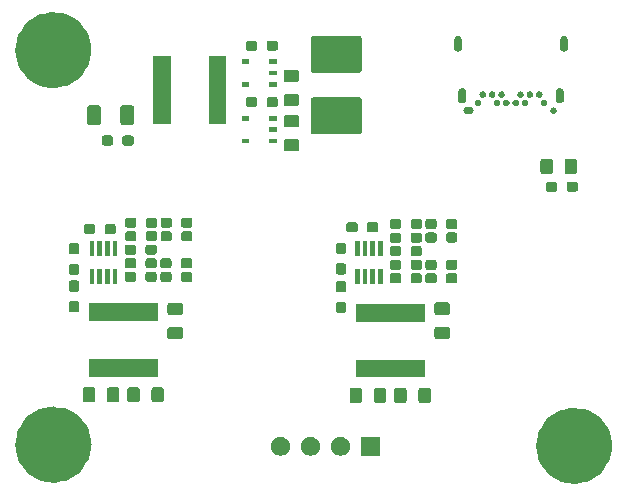
<source format=gbr>
G04 #@! TF.GenerationSoftware,KiCad,Pcbnew,(5.1.5)-3*
G04 #@! TF.CreationDate,2020-04-20T22:46:26+08:00*
G04 #@! TF.ProjectId,ptboard,7074626f-6172-4642-9e6b-696361645f70,rev?*
G04 #@! TF.SameCoordinates,PX2349340PY4b0dde0*
G04 #@! TF.FileFunction,Soldermask,Bot*
G04 #@! TF.FilePolarity,Negative*
%FSLAX46Y46*%
G04 Gerber Fmt 4.6, Leading zero omitted, Abs format (unit mm)*
G04 Created by KiCad (PCBNEW (5.1.5)-3) date 2020-04-20 22:46:26*
%MOMM*%
%LPD*%
G04 APERTURE LIST*
%ADD10C,3.500000*%
%ADD11C,0.100000*%
G04 APERTURE END LIST*
D10*
X4450000Y36450000D02*
G75*
G03X4450000Y36450000I-1500000J0D01*
G01*
X4450000Y3050000D02*
G75*
G03X4450000Y3050000I-1500000J0D01*
G01*
X48550000Y2950000D02*
G75*
G03X48550000Y2950000I-1500000J0D01*
G01*
D11*
G36*
X30600000Y2100000D02*
G01*
X29000000Y2100000D01*
X29000000Y3700000D01*
X30600000Y3700000D01*
X30600000Y2100000D01*
G37*
G36*
X27493351Y3669257D02*
G01*
X27638942Y3608951D01*
X27769970Y3521401D01*
X27881401Y3409970D01*
X27968951Y3278942D01*
X28029257Y3133351D01*
X28060000Y2978793D01*
X28060000Y2821207D01*
X28029257Y2666649D01*
X27968951Y2521058D01*
X27881401Y2390030D01*
X27769970Y2278599D01*
X27638942Y2191049D01*
X27493351Y2130743D01*
X27338793Y2100000D01*
X27181207Y2100000D01*
X27026649Y2130743D01*
X26881058Y2191049D01*
X26750030Y2278599D01*
X26638599Y2390030D01*
X26551049Y2521058D01*
X26490743Y2666649D01*
X26460000Y2821207D01*
X26460000Y2978793D01*
X26490743Y3133351D01*
X26551049Y3278942D01*
X26638599Y3409970D01*
X26750030Y3521401D01*
X26881058Y3608951D01*
X27026649Y3669257D01*
X27181207Y3700000D01*
X27338793Y3700000D01*
X27493351Y3669257D01*
G37*
G36*
X22413351Y3669257D02*
G01*
X22558942Y3608951D01*
X22689970Y3521401D01*
X22801401Y3409970D01*
X22888951Y3278942D01*
X22949257Y3133351D01*
X22980000Y2978793D01*
X22980000Y2821207D01*
X22949257Y2666649D01*
X22888951Y2521058D01*
X22801401Y2390030D01*
X22689970Y2278599D01*
X22558942Y2191049D01*
X22413351Y2130743D01*
X22258793Y2100000D01*
X22101207Y2100000D01*
X21946649Y2130743D01*
X21801058Y2191049D01*
X21670030Y2278599D01*
X21558599Y2390030D01*
X21471049Y2521058D01*
X21410743Y2666649D01*
X21380000Y2821207D01*
X21380000Y2978793D01*
X21410743Y3133351D01*
X21471049Y3278942D01*
X21558599Y3409970D01*
X21670030Y3521401D01*
X21801058Y3608951D01*
X21946649Y3669257D01*
X22101207Y3700000D01*
X22258793Y3700000D01*
X22413351Y3669257D01*
G37*
G36*
X24953351Y3669257D02*
G01*
X25098942Y3608951D01*
X25229970Y3521401D01*
X25341401Y3409970D01*
X25428951Y3278942D01*
X25489257Y3133351D01*
X25520000Y2978793D01*
X25520000Y2821207D01*
X25489257Y2666649D01*
X25428951Y2521058D01*
X25341401Y2390030D01*
X25229970Y2278599D01*
X25098942Y2191049D01*
X24953351Y2130743D01*
X24798793Y2100000D01*
X24641207Y2100000D01*
X24486649Y2130743D01*
X24341058Y2191049D01*
X24210030Y2278599D01*
X24098599Y2390030D01*
X24011049Y2521058D01*
X23950743Y2666649D01*
X23920000Y2821207D01*
X23920000Y2978793D01*
X23950743Y3133351D01*
X24011049Y3278942D01*
X24098599Y3409970D01*
X24210030Y3521401D01*
X24341058Y3608951D01*
X24486649Y3669257D01*
X24641207Y3700000D01*
X24798793Y3700000D01*
X24953351Y3669257D01*
G37*
G36*
X28912620Y7865766D02*
G01*
X28952769Y7853587D01*
X28989767Y7833812D01*
X29022197Y7807197D01*
X29048812Y7774767D01*
X29068587Y7737769D01*
X29080766Y7697620D01*
X29085000Y7654638D01*
X29085000Y6785362D01*
X29080766Y6742380D01*
X29068587Y6702231D01*
X29048812Y6665233D01*
X29022197Y6632803D01*
X28989767Y6606188D01*
X28952769Y6586413D01*
X28912620Y6574234D01*
X28869638Y6570000D01*
X28250362Y6570000D01*
X28207380Y6574234D01*
X28167231Y6586413D01*
X28130233Y6606188D01*
X28097803Y6632803D01*
X28071188Y6665233D01*
X28051413Y6702231D01*
X28039234Y6742380D01*
X28035000Y6785362D01*
X28035000Y7654638D01*
X28039234Y7697620D01*
X28051413Y7737769D01*
X28071188Y7774767D01*
X28097803Y7807197D01*
X28130233Y7833812D01*
X28167231Y7853587D01*
X28207380Y7865766D01*
X28250362Y7870000D01*
X28869638Y7870000D01*
X28912620Y7865766D01*
G37*
G36*
X30962620Y7865766D02*
G01*
X31002769Y7853587D01*
X31039767Y7833812D01*
X31072197Y7807197D01*
X31098812Y7774767D01*
X31118587Y7737769D01*
X31130766Y7697620D01*
X31135000Y7654638D01*
X31135000Y6785362D01*
X31130766Y6742380D01*
X31118587Y6702231D01*
X31098812Y6665233D01*
X31072197Y6632803D01*
X31039767Y6606188D01*
X31002769Y6586413D01*
X30962620Y6574234D01*
X30919638Y6570000D01*
X30300362Y6570000D01*
X30257380Y6574234D01*
X30217231Y6586413D01*
X30180233Y6606188D01*
X30147803Y6632803D01*
X30121188Y6665233D01*
X30101413Y6702231D01*
X30089234Y6742380D01*
X30085000Y6785362D01*
X30085000Y7654638D01*
X30089234Y7697620D01*
X30101413Y7737769D01*
X30121188Y7774767D01*
X30147803Y7807197D01*
X30180233Y7833812D01*
X30217231Y7853587D01*
X30257380Y7865766D01*
X30300362Y7870000D01*
X30919638Y7870000D01*
X30962620Y7865766D01*
G37*
G36*
X32687620Y7865766D02*
G01*
X32727769Y7853587D01*
X32764767Y7833812D01*
X32797197Y7807197D01*
X32823812Y7774767D01*
X32843587Y7737769D01*
X32855766Y7697620D01*
X32860000Y7654638D01*
X32860000Y6785362D01*
X32855766Y6742380D01*
X32843587Y6702231D01*
X32823812Y6665233D01*
X32797197Y6632803D01*
X32764767Y6606188D01*
X32727769Y6586413D01*
X32687620Y6574234D01*
X32644638Y6570000D01*
X32025362Y6570000D01*
X31982380Y6574234D01*
X31942231Y6586413D01*
X31905233Y6606188D01*
X31872803Y6632803D01*
X31846188Y6665233D01*
X31826413Y6702231D01*
X31814234Y6742380D01*
X31810000Y6785362D01*
X31810000Y7654638D01*
X31814234Y7697620D01*
X31826413Y7737769D01*
X31846188Y7774767D01*
X31872803Y7807197D01*
X31905233Y7833812D01*
X31942231Y7853587D01*
X31982380Y7865766D01*
X32025362Y7870000D01*
X32644638Y7870000D01*
X32687620Y7865766D01*
G37*
G36*
X34737620Y7865766D02*
G01*
X34777769Y7853587D01*
X34814767Y7833812D01*
X34847197Y7807197D01*
X34873812Y7774767D01*
X34893587Y7737769D01*
X34905766Y7697620D01*
X34910000Y7654638D01*
X34910000Y6785362D01*
X34905766Y6742380D01*
X34893587Y6702231D01*
X34873812Y6665233D01*
X34847197Y6632803D01*
X34814767Y6606188D01*
X34777769Y6586413D01*
X34737620Y6574234D01*
X34694638Y6570000D01*
X34075362Y6570000D01*
X34032380Y6574234D01*
X33992231Y6586413D01*
X33955233Y6606188D01*
X33922803Y6632803D01*
X33896188Y6665233D01*
X33876413Y6702231D01*
X33864234Y6742380D01*
X33860000Y6785362D01*
X33860000Y7654638D01*
X33864234Y7697620D01*
X33876413Y7737769D01*
X33896188Y7774767D01*
X33922803Y7807197D01*
X33955233Y7833812D01*
X33992231Y7853587D01*
X34032380Y7865766D01*
X34075362Y7870000D01*
X34694638Y7870000D01*
X34737620Y7865766D01*
G37*
G36*
X8367620Y7915766D02*
G01*
X8407769Y7903587D01*
X8444767Y7883812D01*
X8477197Y7857197D01*
X8503812Y7824767D01*
X8523587Y7787769D01*
X8535766Y7747620D01*
X8540000Y7704638D01*
X8540000Y6835362D01*
X8535766Y6792380D01*
X8523587Y6752231D01*
X8503812Y6715233D01*
X8477197Y6682803D01*
X8444767Y6656188D01*
X8407769Y6636413D01*
X8367620Y6624234D01*
X8324638Y6620000D01*
X7705362Y6620000D01*
X7662380Y6624234D01*
X7622231Y6636413D01*
X7585233Y6656188D01*
X7552803Y6682803D01*
X7526188Y6715233D01*
X7506413Y6752231D01*
X7494234Y6792380D01*
X7490000Y6835362D01*
X7490000Y7704638D01*
X7494234Y7747620D01*
X7506413Y7787769D01*
X7526188Y7824767D01*
X7552803Y7857197D01*
X7585233Y7883812D01*
X7622231Y7903587D01*
X7662380Y7915766D01*
X7705362Y7920000D01*
X8324638Y7920000D01*
X8367620Y7915766D01*
G37*
G36*
X6317620Y7915766D02*
G01*
X6357769Y7903587D01*
X6394767Y7883812D01*
X6427197Y7857197D01*
X6453812Y7824767D01*
X6473587Y7787769D01*
X6485766Y7747620D01*
X6490000Y7704638D01*
X6490000Y6835362D01*
X6485766Y6792380D01*
X6473587Y6752231D01*
X6453812Y6715233D01*
X6427197Y6682803D01*
X6394767Y6656188D01*
X6357769Y6636413D01*
X6317620Y6624234D01*
X6274638Y6620000D01*
X5655362Y6620000D01*
X5612380Y6624234D01*
X5572231Y6636413D01*
X5535233Y6656188D01*
X5502803Y6682803D01*
X5476188Y6715233D01*
X5456413Y6752231D01*
X5444234Y6792380D01*
X5440000Y6835362D01*
X5440000Y7704638D01*
X5444234Y7747620D01*
X5456413Y7787769D01*
X5476188Y7824767D01*
X5502803Y7857197D01*
X5535233Y7883812D01*
X5572231Y7903587D01*
X5612380Y7915766D01*
X5655362Y7920000D01*
X6274638Y7920000D01*
X6317620Y7915766D01*
G37*
G36*
X10087620Y7915766D02*
G01*
X10127769Y7903587D01*
X10164767Y7883812D01*
X10197197Y7857197D01*
X10223812Y7824767D01*
X10243587Y7787769D01*
X10255766Y7747620D01*
X10260000Y7704638D01*
X10260000Y6835362D01*
X10255766Y6792380D01*
X10243587Y6752231D01*
X10223812Y6715233D01*
X10197197Y6682803D01*
X10164767Y6656188D01*
X10127769Y6636413D01*
X10087620Y6624234D01*
X10044638Y6620000D01*
X9425362Y6620000D01*
X9382380Y6624234D01*
X9342231Y6636413D01*
X9305233Y6656188D01*
X9272803Y6682803D01*
X9246188Y6715233D01*
X9226413Y6752231D01*
X9214234Y6792380D01*
X9210000Y6835362D01*
X9210000Y7704638D01*
X9214234Y7747620D01*
X9226413Y7787769D01*
X9246188Y7824767D01*
X9272803Y7857197D01*
X9305233Y7883812D01*
X9342231Y7903587D01*
X9382380Y7915766D01*
X9425362Y7920000D01*
X10044638Y7920000D01*
X10087620Y7915766D01*
G37*
G36*
X12137620Y7915766D02*
G01*
X12177769Y7903587D01*
X12214767Y7883812D01*
X12247197Y7857197D01*
X12273812Y7824767D01*
X12293587Y7787769D01*
X12305766Y7747620D01*
X12310000Y7704638D01*
X12310000Y6835362D01*
X12305766Y6792380D01*
X12293587Y6752231D01*
X12273812Y6715233D01*
X12247197Y6682803D01*
X12214767Y6656188D01*
X12177769Y6636413D01*
X12137620Y6624234D01*
X12094638Y6620000D01*
X11475362Y6620000D01*
X11432380Y6624234D01*
X11392231Y6636413D01*
X11355233Y6656188D01*
X11322803Y6682803D01*
X11296188Y6715233D01*
X11276413Y6752231D01*
X11264234Y6792380D01*
X11260000Y6835362D01*
X11260000Y7704638D01*
X11264234Y7747620D01*
X11276413Y7787769D01*
X11296188Y7824767D01*
X11322803Y7857197D01*
X11355233Y7883812D01*
X11392231Y7903587D01*
X11432380Y7915766D01*
X11475362Y7920000D01*
X12094638Y7920000D01*
X12137620Y7915766D01*
G37*
G36*
X34385000Y8750000D02*
G01*
X28585000Y8750000D01*
X28585000Y10250000D01*
X34385000Y10250000D01*
X34385000Y8750000D01*
G37*
G36*
X11780000Y8800000D02*
G01*
X5980000Y8800000D01*
X5980000Y10300000D01*
X11780000Y10300000D01*
X11780000Y8800000D01*
G37*
G36*
X13737620Y13015766D02*
G01*
X13777769Y13003587D01*
X13814767Y12983812D01*
X13847197Y12957197D01*
X13873812Y12924767D01*
X13893587Y12887769D01*
X13905766Y12847620D01*
X13910000Y12804638D01*
X13910000Y12185362D01*
X13905766Y12142380D01*
X13893587Y12102231D01*
X13873812Y12065233D01*
X13847197Y12032803D01*
X13814767Y12006188D01*
X13777769Y11986413D01*
X13737620Y11974234D01*
X13694638Y11970000D01*
X12825362Y11970000D01*
X12782380Y11974234D01*
X12742231Y11986413D01*
X12705233Y12006188D01*
X12672803Y12032803D01*
X12646188Y12065233D01*
X12626413Y12102231D01*
X12614234Y12142380D01*
X12610000Y12185362D01*
X12610000Y12804638D01*
X12614234Y12847620D01*
X12626413Y12887769D01*
X12646188Y12924767D01*
X12672803Y12957197D01*
X12705233Y12983812D01*
X12742231Y13003587D01*
X12782380Y13015766D01*
X12825362Y13020000D01*
X13694638Y13020000D01*
X13737620Y13015766D01*
G37*
G36*
X36337620Y13035766D02*
G01*
X36377769Y13023587D01*
X36414767Y13003812D01*
X36447197Y12977197D01*
X36473812Y12944767D01*
X36493587Y12907769D01*
X36505766Y12867620D01*
X36510000Y12824638D01*
X36510000Y12205362D01*
X36505766Y12162380D01*
X36493587Y12122231D01*
X36473812Y12085233D01*
X36447197Y12052803D01*
X36414767Y12026188D01*
X36377769Y12006413D01*
X36337620Y11994234D01*
X36294638Y11990000D01*
X35425362Y11990000D01*
X35382380Y11994234D01*
X35342231Y12006413D01*
X35305233Y12026188D01*
X35272803Y12052803D01*
X35246188Y12085233D01*
X35226413Y12122231D01*
X35214234Y12162380D01*
X35210000Y12205362D01*
X35210000Y12824638D01*
X35214234Y12867620D01*
X35226413Y12907769D01*
X35246188Y12944767D01*
X35272803Y12977197D01*
X35305233Y13003812D01*
X35342231Y13023587D01*
X35382380Y13035766D01*
X35425362Y13040000D01*
X36294638Y13040000D01*
X36337620Y13035766D01*
G37*
G36*
X34385000Y13450000D02*
G01*
X28585000Y13450000D01*
X28585000Y14950000D01*
X34385000Y14950000D01*
X34385000Y13450000D01*
G37*
G36*
X11780000Y13500000D02*
G01*
X5980000Y13500000D01*
X5980000Y15000000D01*
X11780000Y15000000D01*
X11780000Y13500000D01*
G37*
G36*
X13737620Y15065766D02*
G01*
X13777769Y15053587D01*
X13814767Y15033812D01*
X13847197Y15007197D01*
X13873812Y14974767D01*
X13893587Y14937769D01*
X13905766Y14897620D01*
X13910000Y14854638D01*
X13910000Y14235362D01*
X13905766Y14192380D01*
X13893587Y14152231D01*
X13873812Y14115233D01*
X13847197Y14082803D01*
X13814767Y14056188D01*
X13777769Y14036413D01*
X13737620Y14024234D01*
X13694638Y14020000D01*
X12825362Y14020000D01*
X12782380Y14024234D01*
X12742231Y14036413D01*
X12705233Y14056188D01*
X12672803Y14082803D01*
X12646188Y14115233D01*
X12626413Y14152231D01*
X12614234Y14192380D01*
X12610000Y14235362D01*
X12610000Y14854638D01*
X12614234Y14897620D01*
X12626413Y14937769D01*
X12646188Y14974767D01*
X12672803Y15007197D01*
X12705233Y15033812D01*
X12742231Y15053587D01*
X12782380Y15065766D01*
X12825362Y15070000D01*
X13694638Y15070000D01*
X13737620Y15065766D01*
G37*
G36*
X36337620Y15085766D02*
G01*
X36377769Y15073587D01*
X36414767Y15053812D01*
X36447197Y15027197D01*
X36473812Y14994767D01*
X36493587Y14957769D01*
X36505766Y14917620D01*
X36510000Y14874638D01*
X36510000Y14255362D01*
X36505766Y14212380D01*
X36493587Y14172231D01*
X36473812Y14135233D01*
X36447197Y14102803D01*
X36414767Y14076188D01*
X36377769Y14056413D01*
X36337620Y14044234D01*
X36294638Y14040000D01*
X35425362Y14040000D01*
X35382380Y14044234D01*
X35342231Y14056413D01*
X35305233Y14076188D01*
X35272803Y14102803D01*
X35246188Y14135233D01*
X35226413Y14172231D01*
X35214234Y14212380D01*
X35210000Y14255362D01*
X35210000Y14874638D01*
X35214234Y14917620D01*
X35226413Y14957769D01*
X35246188Y14994767D01*
X35272803Y15027197D01*
X35305233Y15053812D01*
X35342231Y15073587D01*
X35382380Y15085766D01*
X35425362Y15090000D01*
X36294638Y15090000D01*
X36337620Y15085766D01*
G37*
G36*
X27563998Y15146038D02*
G01*
X27601490Y15134665D01*
X27636045Y15116195D01*
X27666335Y15091335D01*
X27691195Y15061045D01*
X27709665Y15026490D01*
X27721038Y14988998D01*
X27725000Y14948768D01*
X27725000Y14401232D01*
X27721038Y14361002D01*
X27709665Y14323510D01*
X27691195Y14288955D01*
X27666335Y14258665D01*
X27636045Y14233805D01*
X27601490Y14215335D01*
X27563998Y14203962D01*
X27523768Y14200000D01*
X27076232Y14200000D01*
X27036002Y14203962D01*
X26998510Y14215335D01*
X26963955Y14233805D01*
X26933665Y14258665D01*
X26908805Y14288955D01*
X26890335Y14323510D01*
X26878962Y14361002D01*
X26875000Y14401232D01*
X26875000Y14948768D01*
X26878962Y14988998D01*
X26890335Y15026490D01*
X26908805Y15061045D01*
X26933665Y15091335D01*
X26963955Y15116195D01*
X26998510Y15134665D01*
X27036002Y15146038D01*
X27076232Y15150000D01*
X27523768Y15150000D01*
X27563998Y15146038D01*
G37*
G36*
X4963998Y15196038D02*
G01*
X5001490Y15184665D01*
X5036045Y15166195D01*
X5066335Y15141335D01*
X5091195Y15111045D01*
X5109665Y15076490D01*
X5121038Y15038998D01*
X5125000Y14998768D01*
X5125000Y14451232D01*
X5121038Y14411002D01*
X5109665Y14373510D01*
X5091195Y14338955D01*
X5066335Y14308665D01*
X5036045Y14283805D01*
X5001490Y14265335D01*
X4963998Y14253962D01*
X4923768Y14250000D01*
X4476232Y14250000D01*
X4436002Y14253962D01*
X4398510Y14265335D01*
X4363955Y14283805D01*
X4333665Y14308665D01*
X4308805Y14338955D01*
X4290335Y14373510D01*
X4278962Y14411002D01*
X4275000Y14451232D01*
X4275000Y14998768D01*
X4278962Y15038998D01*
X4290335Y15076490D01*
X4308805Y15111045D01*
X4333665Y15141335D01*
X4363955Y15166195D01*
X4398510Y15184665D01*
X4436002Y15196038D01*
X4476232Y15200000D01*
X4923768Y15200000D01*
X4963998Y15196038D01*
G37*
G36*
X27563998Y16896038D02*
G01*
X27601490Y16884665D01*
X27636045Y16866195D01*
X27666335Y16841335D01*
X27691195Y16811045D01*
X27709665Y16776490D01*
X27721038Y16738998D01*
X27725000Y16698768D01*
X27725000Y16151232D01*
X27721038Y16111002D01*
X27709665Y16073510D01*
X27691195Y16038955D01*
X27666335Y16008665D01*
X27636045Y15983805D01*
X27601490Y15965335D01*
X27563998Y15953962D01*
X27523768Y15950000D01*
X27076232Y15950000D01*
X27036002Y15953962D01*
X26998510Y15965335D01*
X26963955Y15983805D01*
X26933665Y16008665D01*
X26908805Y16038955D01*
X26890335Y16073510D01*
X26878962Y16111002D01*
X26875000Y16151232D01*
X26875000Y16698768D01*
X26878962Y16738998D01*
X26890335Y16776490D01*
X26908805Y16811045D01*
X26933665Y16841335D01*
X26963955Y16866195D01*
X26998510Y16884665D01*
X27036002Y16896038D01*
X27076232Y16900000D01*
X27523768Y16900000D01*
X27563998Y16896038D01*
G37*
G36*
X4963998Y16946038D02*
G01*
X5001490Y16934665D01*
X5036045Y16916195D01*
X5066335Y16891335D01*
X5091195Y16861045D01*
X5109665Y16826490D01*
X5121038Y16788998D01*
X5125000Y16748768D01*
X5125000Y16201232D01*
X5121038Y16161002D01*
X5109665Y16123510D01*
X5091195Y16088955D01*
X5066335Y16058665D01*
X5036045Y16033805D01*
X5001490Y16015335D01*
X4963998Y16003962D01*
X4923768Y16000000D01*
X4476232Y16000000D01*
X4436002Y16003962D01*
X4398510Y16015335D01*
X4363955Y16033805D01*
X4333665Y16058665D01*
X4308805Y16088955D01*
X4290335Y16123510D01*
X4278962Y16161002D01*
X4275000Y16201232D01*
X4275000Y16748768D01*
X4278962Y16788998D01*
X4290335Y16826490D01*
X4308805Y16861045D01*
X4333665Y16891335D01*
X4363955Y16916195D01*
X4398510Y16934665D01*
X4436002Y16946038D01*
X4476232Y16950000D01*
X4923768Y16950000D01*
X4963998Y16946038D01*
G37*
G36*
X6420000Y16650000D02*
G01*
X6030000Y16650000D01*
X6030000Y17890000D01*
X6420000Y17890000D01*
X6420000Y16650000D01*
G37*
G36*
X28880000Y16650000D02*
G01*
X28490000Y16650000D01*
X28490000Y17890000D01*
X28880000Y17890000D01*
X28880000Y16650000D01*
G37*
G36*
X7070000Y16650000D02*
G01*
X6680000Y16650000D01*
X6680000Y17890000D01*
X7070000Y17890000D01*
X7070000Y16650000D01*
G37*
G36*
X7720000Y16650000D02*
G01*
X7330000Y16650000D01*
X7330000Y17890000D01*
X7720000Y17890000D01*
X7720000Y16650000D01*
G37*
G36*
X8370000Y16650000D02*
G01*
X7980000Y16650000D01*
X7980000Y17890000D01*
X8370000Y17890000D01*
X8370000Y16650000D01*
G37*
G36*
X29530000Y16650000D02*
G01*
X29140000Y16650000D01*
X29140000Y17890000D01*
X29530000Y17890000D01*
X29530000Y16650000D01*
G37*
G36*
X30180000Y16650000D02*
G01*
X29790000Y16650000D01*
X29790000Y17890000D01*
X30180000Y17890000D01*
X30180000Y16650000D01*
G37*
G36*
X30830000Y16650000D02*
G01*
X30440000Y16650000D01*
X30440000Y17890000D01*
X30830000Y17890000D01*
X30830000Y16650000D01*
G37*
G36*
X35238998Y17551038D02*
G01*
X35276490Y17539665D01*
X35311045Y17521195D01*
X35341335Y17496335D01*
X35366195Y17466045D01*
X35384665Y17431490D01*
X35396038Y17393998D01*
X35400000Y17353768D01*
X35400000Y16906232D01*
X35396038Y16866002D01*
X35384665Y16828510D01*
X35366195Y16793955D01*
X35341335Y16763665D01*
X35311045Y16738805D01*
X35276490Y16720335D01*
X35238998Y16708962D01*
X35198768Y16705000D01*
X34651232Y16705000D01*
X34611002Y16708962D01*
X34573510Y16720335D01*
X34538955Y16738805D01*
X34508665Y16763665D01*
X34483805Y16793955D01*
X34465335Y16828510D01*
X34453962Y16866002D01*
X34450000Y16906232D01*
X34450000Y17353768D01*
X34453962Y17393998D01*
X34465335Y17431490D01*
X34483805Y17466045D01*
X34508665Y17496335D01*
X34538955Y17521195D01*
X34573510Y17539665D01*
X34611002Y17551038D01*
X34651232Y17555000D01*
X35198768Y17555000D01*
X35238998Y17551038D01*
G37*
G36*
X36988998Y17551038D02*
G01*
X37026490Y17539665D01*
X37061045Y17521195D01*
X37091335Y17496335D01*
X37116195Y17466045D01*
X37134665Y17431490D01*
X37146038Y17393998D01*
X37150000Y17353768D01*
X37150000Y16906232D01*
X37146038Y16866002D01*
X37134665Y16828510D01*
X37116195Y16793955D01*
X37091335Y16763665D01*
X37061045Y16738805D01*
X37026490Y16720335D01*
X36988998Y16708962D01*
X36948768Y16705000D01*
X36401232Y16705000D01*
X36361002Y16708962D01*
X36323510Y16720335D01*
X36288955Y16738805D01*
X36258665Y16763665D01*
X36233805Y16793955D01*
X36215335Y16828510D01*
X36203962Y16866002D01*
X36200000Y16906232D01*
X36200000Y17353768D01*
X36203962Y17393998D01*
X36215335Y17431490D01*
X36233805Y17466045D01*
X36258665Y17496335D01*
X36288955Y17521195D01*
X36323510Y17539665D01*
X36361002Y17551038D01*
X36401232Y17555000D01*
X36948768Y17555000D01*
X36988998Y17551038D01*
G37*
G36*
X32238998Y17556038D02*
G01*
X32276490Y17544665D01*
X32311045Y17526195D01*
X32341335Y17501335D01*
X32366195Y17471045D01*
X32384665Y17436490D01*
X32396038Y17398998D01*
X32400000Y17358768D01*
X32400000Y16911232D01*
X32396038Y16871002D01*
X32384665Y16833510D01*
X32366195Y16798955D01*
X32341335Y16768665D01*
X32311045Y16743805D01*
X32276490Y16725335D01*
X32238998Y16713962D01*
X32198768Y16710000D01*
X31651232Y16710000D01*
X31611002Y16713962D01*
X31573510Y16725335D01*
X31538955Y16743805D01*
X31508665Y16768665D01*
X31483805Y16798955D01*
X31465335Y16833510D01*
X31453962Y16871002D01*
X31450000Y16911232D01*
X31450000Y17358768D01*
X31453962Y17398998D01*
X31465335Y17436490D01*
X31483805Y17471045D01*
X31508665Y17501335D01*
X31538955Y17526195D01*
X31573510Y17544665D01*
X31611002Y17556038D01*
X31651232Y17560000D01*
X32198768Y17560000D01*
X32238998Y17556038D01*
G37*
G36*
X33988998Y17556038D02*
G01*
X34026490Y17544665D01*
X34061045Y17526195D01*
X34091335Y17501335D01*
X34116195Y17471045D01*
X34134665Y17436490D01*
X34146038Y17398998D01*
X34150000Y17358768D01*
X34150000Y16911232D01*
X34146038Y16871002D01*
X34134665Y16833510D01*
X34116195Y16798955D01*
X34091335Y16768665D01*
X34061045Y16743805D01*
X34026490Y16725335D01*
X33988998Y16713962D01*
X33948768Y16710000D01*
X33401232Y16710000D01*
X33361002Y16713962D01*
X33323510Y16725335D01*
X33288955Y16743805D01*
X33258665Y16768665D01*
X33233805Y16798955D01*
X33215335Y16833510D01*
X33203962Y16871002D01*
X33200000Y16911232D01*
X33200000Y17358768D01*
X33203962Y17398998D01*
X33215335Y17436490D01*
X33233805Y17471045D01*
X33258665Y17501335D01*
X33288955Y17526195D01*
X33323510Y17544665D01*
X33361002Y17556038D01*
X33401232Y17560000D01*
X33948768Y17560000D01*
X33988998Y17556038D01*
G37*
G36*
X14553998Y17671038D02*
G01*
X14591490Y17659665D01*
X14626045Y17641195D01*
X14656335Y17616335D01*
X14681195Y17586045D01*
X14699665Y17551490D01*
X14711038Y17513998D01*
X14715000Y17473768D01*
X14715000Y17026232D01*
X14711038Y16986002D01*
X14699665Y16948510D01*
X14681195Y16913955D01*
X14656335Y16883665D01*
X14626045Y16858805D01*
X14591490Y16840335D01*
X14553998Y16828962D01*
X14513768Y16825000D01*
X13966232Y16825000D01*
X13926002Y16828962D01*
X13888510Y16840335D01*
X13853955Y16858805D01*
X13823665Y16883665D01*
X13798805Y16913955D01*
X13780335Y16948510D01*
X13768962Y16986002D01*
X13765000Y17026232D01*
X13765000Y17473768D01*
X13768962Y17513998D01*
X13780335Y17551490D01*
X13798805Y17586045D01*
X13823665Y17616335D01*
X13853955Y17641195D01*
X13888510Y17659665D01*
X13926002Y17671038D01*
X13966232Y17675000D01*
X14513768Y17675000D01*
X14553998Y17671038D01*
G37*
G36*
X12803998Y17671038D02*
G01*
X12841490Y17659665D01*
X12876045Y17641195D01*
X12906335Y17616335D01*
X12931195Y17586045D01*
X12949665Y17551490D01*
X12961038Y17513998D01*
X12965000Y17473768D01*
X12965000Y17026232D01*
X12961038Y16986002D01*
X12949665Y16948510D01*
X12931195Y16913955D01*
X12906335Y16883665D01*
X12876045Y16858805D01*
X12841490Y16840335D01*
X12803998Y16828962D01*
X12763768Y16825000D01*
X12216232Y16825000D01*
X12176002Y16828962D01*
X12138510Y16840335D01*
X12103955Y16858805D01*
X12073665Y16883665D01*
X12048805Y16913955D01*
X12030335Y16948510D01*
X12018962Y16986002D01*
X12015000Y17026232D01*
X12015000Y17473768D01*
X12018962Y17513998D01*
X12030335Y17551490D01*
X12048805Y17586045D01*
X12073665Y17616335D01*
X12103955Y17641195D01*
X12138510Y17659665D01*
X12176002Y17671038D01*
X12216232Y17675000D01*
X12763768Y17675000D01*
X12803998Y17671038D01*
G37*
G36*
X11538998Y17681038D02*
G01*
X11576490Y17669665D01*
X11611045Y17651195D01*
X11641335Y17626335D01*
X11666195Y17596045D01*
X11684665Y17561490D01*
X11696038Y17523998D01*
X11700000Y17483768D01*
X11700000Y17036232D01*
X11696038Y16996002D01*
X11684665Y16958510D01*
X11666195Y16923955D01*
X11641335Y16893665D01*
X11611045Y16868805D01*
X11576490Y16850335D01*
X11538998Y16838962D01*
X11498768Y16835000D01*
X10951232Y16835000D01*
X10911002Y16838962D01*
X10873510Y16850335D01*
X10838955Y16868805D01*
X10808665Y16893665D01*
X10783805Y16923955D01*
X10765335Y16958510D01*
X10753962Y16996002D01*
X10750000Y17036232D01*
X10750000Y17483768D01*
X10753962Y17523998D01*
X10765335Y17561490D01*
X10783805Y17596045D01*
X10808665Y17626335D01*
X10838955Y17651195D01*
X10873510Y17669665D01*
X10911002Y17681038D01*
X10951232Y17685000D01*
X11498768Y17685000D01*
X11538998Y17681038D01*
G37*
G36*
X9788998Y17681038D02*
G01*
X9826490Y17669665D01*
X9861045Y17651195D01*
X9891335Y17626335D01*
X9916195Y17596045D01*
X9934665Y17561490D01*
X9946038Y17523998D01*
X9950000Y17483768D01*
X9950000Y17036232D01*
X9946038Y16996002D01*
X9934665Y16958510D01*
X9916195Y16923955D01*
X9891335Y16893665D01*
X9861045Y16868805D01*
X9826490Y16850335D01*
X9788998Y16838962D01*
X9748768Y16835000D01*
X9201232Y16835000D01*
X9161002Y16838962D01*
X9123510Y16850335D01*
X9088955Y16868805D01*
X9058665Y16893665D01*
X9033805Y16923955D01*
X9015335Y16958510D01*
X9003962Y16996002D01*
X9000000Y17036232D01*
X9000000Y17483768D01*
X9003962Y17523998D01*
X9015335Y17561490D01*
X9033805Y17596045D01*
X9058665Y17626335D01*
X9088955Y17651195D01*
X9123510Y17669665D01*
X9161002Y17681038D01*
X9201232Y17685000D01*
X9748768Y17685000D01*
X9788998Y17681038D01*
G37*
G36*
X4963998Y18346038D02*
G01*
X5001490Y18334665D01*
X5036045Y18316195D01*
X5066335Y18291335D01*
X5091195Y18261045D01*
X5109665Y18226490D01*
X5121038Y18188998D01*
X5125000Y18148768D01*
X5125000Y17601232D01*
X5121038Y17561002D01*
X5109665Y17523510D01*
X5091195Y17488955D01*
X5066335Y17458665D01*
X5036045Y17433805D01*
X5001490Y17415335D01*
X4963998Y17403962D01*
X4923768Y17400000D01*
X4476232Y17400000D01*
X4436002Y17403962D01*
X4398510Y17415335D01*
X4363955Y17433805D01*
X4333665Y17458665D01*
X4308805Y17488955D01*
X4290335Y17523510D01*
X4278962Y17561002D01*
X4275000Y17601232D01*
X4275000Y18148768D01*
X4278962Y18188998D01*
X4290335Y18226490D01*
X4308805Y18261045D01*
X4333665Y18291335D01*
X4363955Y18316195D01*
X4398510Y18334665D01*
X4436002Y18346038D01*
X4476232Y18350000D01*
X4923768Y18350000D01*
X4963998Y18346038D01*
G37*
G36*
X27563998Y18396038D02*
G01*
X27601490Y18384665D01*
X27636045Y18366195D01*
X27666335Y18341335D01*
X27691195Y18311045D01*
X27709665Y18276490D01*
X27721038Y18238998D01*
X27725000Y18198768D01*
X27725000Y17651232D01*
X27721038Y17611002D01*
X27709665Y17573510D01*
X27691195Y17538955D01*
X27666335Y17508665D01*
X27636045Y17483805D01*
X27601490Y17465335D01*
X27563998Y17453962D01*
X27523768Y17450000D01*
X27076232Y17450000D01*
X27036002Y17453962D01*
X26998510Y17465335D01*
X26963955Y17483805D01*
X26933665Y17508665D01*
X26908805Y17538955D01*
X26890335Y17573510D01*
X26878962Y17611002D01*
X26875000Y17651232D01*
X26875000Y18198768D01*
X26878962Y18238998D01*
X26890335Y18276490D01*
X26908805Y18311045D01*
X26933665Y18341335D01*
X26963955Y18366195D01*
X26998510Y18384665D01*
X27036002Y18396038D01*
X27076232Y18400000D01*
X27523768Y18400000D01*
X27563998Y18396038D01*
G37*
G36*
X36988998Y18701038D02*
G01*
X37026490Y18689665D01*
X37061045Y18671195D01*
X37091335Y18646335D01*
X37116195Y18616045D01*
X37134665Y18581490D01*
X37146038Y18543998D01*
X37150000Y18503768D01*
X37150000Y18056232D01*
X37146038Y18016002D01*
X37134665Y17978510D01*
X37116195Y17943955D01*
X37091335Y17913665D01*
X37061045Y17888805D01*
X37026490Y17870335D01*
X36988998Y17858962D01*
X36948768Y17855000D01*
X36401232Y17855000D01*
X36361002Y17858962D01*
X36323510Y17870335D01*
X36288955Y17888805D01*
X36258665Y17913665D01*
X36233805Y17943955D01*
X36215335Y17978510D01*
X36203962Y18016002D01*
X36200000Y18056232D01*
X36200000Y18503768D01*
X36203962Y18543998D01*
X36215335Y18581490D01*
X36233805Y18616045D01*
X36258665Y18646335D01*
X36288955Y18671195D01*
X36323510Y18689665D01*
X36361002Y18701038D01*
X36401232Y18705000D01*
X36948768Y18705000D01*
X36988998Y18701038D01*
G37*
G36*
X35238998Y18701038D02*
G01*
X35276490Y18689665D01*
X35311045Y18671195D01*
X35341335Y18646335D01*
X35366195Y18616045D01*
X35384665Y18581490D01*
X35396038Y18543998D01*
X35400000Y18503768D01*
X35400000Y18056232D01*
X35396038Y18016002D01*
X35384665Y17978510D01*
X35366195Y17943955D01*
X35341335Y17913665D01*
X35311045Y17888805D01*
X35276490Y17870335D01*
X35238998Y17858962D01*
X35198768Y17855000D01*
X34651232Y17855000D01*
X34611002Y17858962D01*
X34573510Y17870335D01*
X34538955Y17888805D01*
X34508665Y17913665D01*
X34483805Y17943955D01*
X34465335Y17978510D01*
X34453962Y18016002D01*
X34450000Y18056232D01*
X34450000Y18503768D01*
X34453962Y18543998D01*
X34465335Y18581490D01*
X34483805Y18616045D01*
X34508665Y18646335D01*
X34538955Y18671195D01*
X34573510Y18689665D01*
X34611002Y18701038D01*
X34651232Y18705000D01*
X35198768Y18705000D01*
X35238998Y18701038D01*
G37*
G36*
X32238998Y18706038D02*
G01*
X32276490Y18694665D01*
X32311045Y18676195D01*
X32341335Y18651335D01*
X32366195Y18621045D01*
X32384665Y18586490D01*
X32396038Y18548998D01*
X32400000Y18508768D01*
X32400000Y18061232D01*
X32396038Y18021002D01*
X32384665Y17983510D01*
X32366195Y17948955D01*
X32341335Y17918665D01*
X32311045Y17893805D01*
X32276490Y17875335D01*
X32238998Y17863962D01*
X32198768Y17860000D01*
X31651232Y17860000D01*
X31611002Y17863962D01*
X31573510Y17875335D01*
X31538955Y17893805D01*
X31508665Y17918665D01*
X31483805Y17948955D01*
X31465335Y17983510D01*
X31453962Y18021002D01*
X31450000Y18061232D01*
X31450000Y18508768D01*
X31453962Y18548998D01*
X31465335Y18586490D01*
X31483805Y18621045D01*
X31508665Y18651335D01*
X31538955Y18676195D01*
X31573510Y18694665D01*
X31611002Y18706038D01*
X31651232Y18710000D01*
X32198768Y18710000D01*
X32238998Y18706038D01*
G37*
G36*
X33988998Y18706038D02*
G01*
X34026490Y18694665D01*
X34061045Y18676195D01*
X34091335Y18651335D01*
X34116195Y18621045D01*
X34134665Y18586490D01*
X34146038Y18548998D01*
X34150000Y18508768D01*
X34150000Y18061232D01*
X34146038Y18021002D01*
X34134665Y17983510D01*
X34116195Y17948955D01*
X34091335Y17918665D01*
X34061045Y17893805D01*
X34026490Y17875335D01*
X33988998Y17863962D01*
X33948768Y17860000D01*
X33401232Y17860000D01*
X33361002Y17863962D01*
X33323510Y17875335D01*
X33288955Y17893805D01*
X33258665Y17918665D01*
X33233805Y17948955D01*
X33215335Y17983510D01*
X33203962Y18021002D01*
X33200000Y18061232D01*
X33200000Y18508768D01*
X33203962Y18548998D01*
X33215335Y18586490D01*
X33233805Y18621045D01*
X33258665Y18651335D01*
X33288955Y18676195D01*
X33323510Y18694665D01*
X33361002Y18706038D01*
X33401232Y18710000D01*
X33948768Y18710000D01*
X33988998Y18706038D01*
G37*
G36*
X14543998Y18831038D02*
G01*
X14581490Y18819665D01*
X14616045Y18801195D01*
X14646335Y18776335D01*
X14671195Y18746045D01*
X14689665Y18711490D01*
X14701038Y18673998D01*
X14705000Y18633768D01*
X14705000Y18186232D01*
X14701038Y18146002D01*
X14689665Y18108510D01*
X14671195Y18073955D01*
X14646335Y18043665D01*
X14616045Y18018805D01*
X14581490Y18000335D01*
X14543998Y17988962D01*
X14503768Y17985000D01*
X13956232Y17985000D01*
X13916002Y17988962D01*
X13878510Y18000335D01*
X13843955Y18018805D01*
X13813665Y18043665D01*
X13788805Y18073955D01*
X13770335Y18108510D01*
X13758962Y18146002D01*
X13755000Y18186232D01*
X13755000Y18633768D01*
X13758962Y18673998D01*
X13770335Y18711490D01*
X13788805Y18746045D01*
X13813665Y18776335D01*
X13843955Y18801195D01*
X13878510Y18819665D01*
X13916002Y18831038D01*
X13956232Y18835000D01*
X14503768Y18835000D01*
X14543998Y18831038D01*
G37*
G36*
X12793998Y18831038D02*
G01*
X12831490Y18819665D01*
X12866045Y18801195D01*
X12896335Y18776335D01*
X12921195Y18746045D01*
X12939665Y18711490D01*
X12951038Y18673998D01*
X12955000Y18633768D01*
X12955000Y18186232D01*
X12951038Y18146002D01*
X12939665Y18108510D01*
X12921195Y18073955D01*
X12896335Y18043665D01*
X12866045Y18018805D01*
X12831490Y18000335D01*
X12793998Y17988962D01*
X12753768Y17985000D01*
X12206232Y17985000D01*
X12166002Y17988962D01*
X12128510Y18000335D01*
X12093955Y18018805D01*
X12063665Y18043665D01*
X12038805Y18073955D01*
X12020335Y18108510D01*
X12008962Y18146002D01*
X12005000Y18186232D01*
X12005000Y18633768D01*
X12008962Y18673998D01*
X12020335Y18711490D01*
X12038805Y18746045D01*
X12063665Y18776335D01*
X12093955Y18801195D01*
X12128510Y18819665D01*
X12166002Y18831038D01*
X12206232Y18835000D01*
X12753768Y18835000D01*
X12793998Y18831038D01*
G37*
G36*
X11538998Y18831038D02*
G01*
X11576490Y18819665D01*
X11611045Y18801195D01*
X11641335Y18776335D01*
X11666195Y18746045D01*
X11684665Y18711490D01*
X11696038Y18673998D01*
X11700000Y18633768D01*
X11700000Y18186232D01*
X11696038Y18146002D01*
X11684665Y18108510D01*
X11666195Y18073955D01*
X11641335Y18043665D01*
X11611045Y18018805D01*
X11576490Y18000335D01*
X11538998Y17988962D01*
X11498768Y17985000D01*
X10951232Y17985000D01*
X10911002Y17988962D01*
X10873510Y18000335D01*
X10838955Y18018805D01*
X10808665Y18043665D01*
X10783805Y18073955D01*
X10765335Y18108510D01*
X10753962Y18146002D01*
X10750000Y18186232D01*
X10750000Y18633768D01*
X10753962Y18673998D01*
X10765335Y18711490D01*
X10783805Y18746045D01*
X10808665Y18776335D01*
X10838955Y18801195D01*
X10873510Y18819665D01*
X10911002Y18831038D01*
X10951232Y18835000D01*
X11498768Y18835000D01*
X11538998Y18831038D01*
G37*
G36*
X9788998Y18831038D02*
G01*
X9826490Y18819665D01*
X9861045Y18801195D01*
X9891335Y18776335D01*
X9916195Y18746045D01*
X9934665Y18711490D01*
X9946038Y18673998D01*
X9950000Y18633768D01*
X9950000Y18186232D01*
X9946038Y18146002D01*
X9934665Y18108510D01*
X9916195Y18073955D01*
X9891335Y18043665D01*
X9861045Y18018805D01*
X9826490Y18000335D01*
X9788998Y17988962D01*
X9748768Y17985000D01*
X9201232Y17985000D01*
X9161002Y17988962D01*
X9123510Y18000335D01*
X9088955Y18018805D01*
X9058665Y18043665D01*
X9033805Y18073955D01*
X9015335Y18108510D01*
X9003962Y18146002D01*
X9000000Y18186232D01*
X9000000Y18633768D01*
X9003962Y18673998D01*
X9015335Y18711490D01*
X9033805Y18746045D01*
X9058665Y18776335D01*
X9088955Y18801195D01*
X9123510Y18819665D01*
X9161002Y18831038D01*
X9201232Y18835000D01*
X9748768Y18835000D01*
X9788998Y18831038D01*
G37*
G36*
X32238998Y19856038D02*
G01*
X32276490Y19844665D01*
X32311045Y19826195D01*
X32341335Y19801335D01*
X32366195Y19771045D01*
X32384665Y19736490D01*
X32396038Y19698998D01*
X32400000Y19658768D01*
X32400000Y19211232D01*
X32396038Y19171002D01*
X32384665Y19133510D01*
X32366195Y19098955D01*
X32341335Y19068665D01*
X32311045Y19043805D01*
X32276490Y19025335D01*
X32238998Y19013962D01*
X32198768Y19010000D01*
X31651232Y19010000D01*
X31611002Y19013962D01*
X31573510Y19025335D01*
X31538955Y19043805D01*
X31508665Y19068665D01*
X31483805Y19098955D01*
X31465335Y19133510D01*
X31453962Y19171002D01*
X31450000Y19211232D01*
X31450000Y19658768D01*
X31453962Y19698998D01*
X31465335Y19736490D01*
X31483805Y19771045D01*
X31508665Y19801335D01*
X31538955Y19826195D01*
X31573510Y19844665D01*
X31611002Y19856038D01*
X31651232Y19860000D01*
X32198768Y19860000D01*
X32238998Y19856038D01*
G37*
G36*
X33988998Y19856038D02*
G01*
X34026490Y19844665D01*
X34061045Y19826195D01*
X34091335Y19801335D01*
X34116195Y19771045D01*
X34134665Y19736490D01*
X34146038Y19698998D01*
X34150000Y19658768D01*
X34150000Y19211232D01*
X34146038Y19171002D01*
X34134665Y19133510D01*
X34116195Y19098955D01*
X34091335Y19068665D01*
X34061045Y19043805D01*
X34026490Y19025335D01*
X33988998Y19013962D01*
X33948768Y19010000D01*
X33401232Y19010000D01*
X33361002Y19013962D01*
X33323510Y19025335D01*
X33288955Y19043805D01*
X33258665Y19068665D01*
X33233805Y19098955D01*
X33215335Y19133510D01*
X33203962Y19171002D01*
X33200000Y19211232D01*
X33200000Y19658768D01*
X33203962Y19698998D01*
X33215335Y19736490D01*
X33233805Y19771045D01*
X33258665Y19801335D01*
X33288955Y19826195D01*
X33323510Y19844665D01*
X33361002Y19856038D01*
X33401232Y19860000D01*
X33948768Y19860000D01*
X33988998Y19856038D01*
G37*
G36*
X28880000Y19030000D02*
G01*
X28490000Y19030000D01*
X28490000Y20270000D01*
X28880000Y20270000D01*
X28880000Y19030000D01*
G37*
G36*
X29530000Y19030000D02*
G01*
X29140000Y19030000D01*
X29140000Y20270000D01*
X29530000Y20270000D01*
X29530000Y19030000D01*
G37*
G36*
X6420000Y19030000D02*
G01*
X6030000Y19030000D01*
X6030000Y20270000D01*
X6420000Y20270000D01*
X6420000Y19030000D01*
G37*
G36*
X7070000Y19030000D02*
G01*
X6680000Y19030000D01*
X6680000Y20270000D01*
X7070000Y20270000D01*
X7070000Y19030000D01*
G37*
G36*
X30180000Y19030000D02*
G01*
X29790000Y19030000D01*
X29790000Y20270000D01*
X30180000Y20270000D01*
X30180000Y19030000D01*
G37*
G36*
X30830000Y19030000D02*
G01*
X30440000Y19030000D01*
X30440000Y20270000D01*
X30830000Y20270000D01*
X30830000Y19030000D01*
G37*
G36*
X7720000Y19030000D02*
G01*
X7330000Y19030000D01*
X7330000Y20270000D01*
X7720000Y20270000D01*
X7720000Y19030000D01*
G37*
G36*
X8370000Y19030000D02*
G01*
X7980000Y19030000D01*
X7980000Y20270000D01*
X8370000Y20270000D01*
X8370000Y19030000D01*
G37*
G36*
X11538998Y19981038D02*
G01*
X11576490Y19969665D01*
X11611045Y19951195D01*
X11641335Y19926335D01*
X11666195Y19896045D01*
X11684665Y19861490D01*
X11696038Y19823998D01*
X11700000Y19783768D01*
X11700000Y19336232D01*
X11696038Y19296002D01*
X11684665Y19258510D01*
X11666195Y19223955D01*
X11641335Y19193665D01*
X11611045Y19168805D01*
X11576490Y19150335D01*
X11538998Y19138962D01*
X11498768Y19135000D01*
X10951232Y19135000D01*
X10911002Y19138962D01*
X10873510Y19150335D01*
X10838955Y19168805D01*
X10808665Y19193665D01*
X10783805Y19223955D01*
X10765335Y19258510D01*
X10753962Y19296002D01*
X10750000Y19336232D01*
X10750000Y19783768D01*
X10753962Y19823998D01*
X10765335Y19861490D01*
X10783805Y19896045D01*
X10808665Y19926335D01*
X10838955Y19951195D01*
X10873510Y19969665D01*
X10911002Y19981038D01*
X10951232Y19985000D01*
X11498768Y19985000D01*
X11538998Y19981038D01*
G37*
G36*
X9788998Y19981038D02*
G01*
X9826490Y19969665D01*
X9861045Y19951195D01*
X9891335Y19926335D01*
X9916195Y19896045D01*
X9934665Y19861490D01*
X9946038Y19823998D01*
X9950000Y19783768D01*
X9950000Y19336232D01*
X9946038Y19296002D01*
X9934665Y19258510D01*
X9916195Y19223955D01*
X9891335Y19193665D01*
X9861045Y19168805D01*
X9826490Y19150335D01*
X9788998Y19138962D01*
X9748768Y19135000D01*
X9201232Y19135000D01*
X9161002Y19138962D01*
X9123510Y19150335D01*
X9088955Y19168805D01*
X9058665Y19193665D01*
X9033805Y19223955D01*
X9015335Y19258510D01*
X9003962Y19296002D01*
X9000000Y19336232D01*
X9000000Y19783768D01*
X9003962Y19823998D01*
X9015335Y19861490D01*
X9033805Y19896045D01*
X9058665Y19926335D01*
X9088955Y19951195D01*
X9123510Y19969665D01*
X9161002Y19981038D01*
X9201232Y19985000D01*
X9748768Y19985000D01*
X9788998Y19981038D01*
G37*
G36*
X4963998Y20096038D02*
G01*
X5001490Y20084665D01*
X5036045Y20066195D01*
X5066335Y20041335D01*
X5091195Y20011045D01*
X5109665Y19976490D01*
X5121038Y19938998D01*
X5125000Y19898768D01*
X5125000Y19351232D01*
X5121038Y19311002D01*
X5109665Y19273510D01*
X5091195Y19238955D01*
X5066335Y19208665D01*
X5036045Y19183805D01*
X5001490Y19165335D01*
X4963998Y19153962D01*
X4923768Y19150000D01*
X4476232Y19150000D01*
X4436002Y19153962D01*
X4398510Y19165335D01*
X4363955Y19183805D01*
X4333665Y19208665D01*
X4308805Y19238955D01*
X4290335Y19273510D01*
X4278962Y19311002D01*
X4275000Y19351232D01*
X4275000Y19898768D01*
X4278962Y19938998D01*
X4290335Y19976490D01*
X4308805Y20011045D01*
X4333665Y20041335D01*
X4363955Y20066195D01*
X4398510Y20084665D01*
X4436002Y20096038D01*
X4476232Y20100000D01*
X4923768Y20100000D01*
X4963998Y20096038D01*
G37*
G36*
X27563998Y20146038D02*
G01*
X27601490Y20134665D01*
X27636045Y20116195D01*
X27666335Y20091335D01*
X27691195Y20061045D01*
X27709665Y20026490D01*
X27721038Y19988998D01*
X27725000Y19948768D01*
X27725000Y19401232D01*
X27721038Y19361002D01*
X27709665Y19323510D01*
X27691195Y19288955D01*
X27666335Y19258665D01*
X27636045Y19233805D01*
X27601490Y19215335D01*
X27563998Y19203962D01*
X27523768Y19200000D01*
X27076232Y19200000D01*
X27036002Y19203962D01*
X26998510Y19215335D01*
X26963955Y19233805D01*
X26933665Y19258665D01*
X26908805Y19288955D01*
X26890335Y19323510D01*
X26878962Y19361002D01*
X26875000Y19401232D01*
X26875000Y19948768D01*
X26878962Y19988998D01*
X26890335Y20026490D01*
X26908805Y20061045D01*
X26933665Y20091335D01*
X26963955Y20116195D01*
X26998510Y20134665D01*
X27036002Y20146038D01*
X27076232Y20150000D01*
X27523768Y20150000D01*
X27563998Y20146038D01*
G37*
G36*
X33988998Y21001038D02*
G01*
X34026490Y20989665D01*
X34061045Y20971195D01*
X34091335Y20946335D01*
X34116195Y20916045D01*
X34134665Y20881490D01*
X34146038Y20843998D01*
X34150000Y20803768D01*
X34150000Y20356232D01*
X34146038Y20316002D01*
X34134665Y20278510D01*
X34116195Y20243955D01*
X34091335Y20213665D01*
X34061045Y20188805D01*
X34026490Y20170335D01*
X33988998Y20158962D01*
X33948768Y20155000D01*
X33401232Y20155000D01*
X33361002Y20158962D01*
X33323510Y20170335D01*
X33288955Y20188805D01*
X33258665Y20213665D01*
X33233805Y20243955D01*
X33215335Y20278510D01*
X33203962Y20316002D01*
X33200000Y20356232D01*
X33200000Y20803768D01*
X33203962Y20843998D01*
X33215335Y20881490D01*
X33233805Y20916045D01*
X33258665Y20946335D01*
X33288955Y20971195D01*
X33323510Y20989665D01*
X33361002Y21001038D01*
X33401232Y21005000D01*
X33948768Y21005000D01*
X33988998Y21001038D01*
G37*
G36*
X32238998Y21001038D02*
G01*
X32276490Y20989665D01*
X32311045Y20971195D01*
X32341335Y20946335D01*
X32366195Y20916045D01*
X32384665Y20881490D01*
X32396038Y20843998D01*
X32400000Y20803768D01*
X32400000Y20356232D01*
X32396038Y20316002D01*
X32384665Y20278510D01*
X32366195Y20243955D01*
X32341335Y20213665D01*
X32311045Y20188805D01*
X32276490Y20170335D01*
X32238998Y20158962D01*
X32198768Y20155000D01*
X31651232Y20155000D01*
X31611002Y20158962D01*
X31573510Y20170335D01*
X31538955Y20188805D01*
X31508665Y20213665D01*
X31483805Y20243955D01*
X31465335Y20278510D01*
X31453962Y20316002D01*
X31450000Y20356232D01*
X31450000Y20803768D01*
X31453962Y20843998D01*
X31465335Y20881490D01*
X31483805Y20916045D01*
X31508665Y20946335D01*
X31538955Y20971195D01*
X31573510Y20989665D01*
X31611002Y21001038D01*
X31651232Y21005000D01*
X32198768Y21005000D01*
X32238998Y21001038D01*
G37*
G36*
X36993998Y21006038D02*
G01*
X37031490Y20994665D01*
X37066045Y20976195D01*
X37096335Y20951335D01*
X37121195Y20921045D01*
X37139665Y20886490D01*
X37151038Y20848998D01*
X37155000Y20808768D01*
X37155000Y20361232D01*
X37151038Y20321002D01*
X37139665Y20283510D01*
X37121195Y20248955D01*
X37096335Y20218665D01*
X37066045Y20193805D01*
X37031490Y20175335D01*
X36993998Y20163962D01*
X36953768Y20160000D01*
X36406232Y20160000D01*
X36366002Y20163962D01*
X36328510Y20175335D01*
X36293955Y20193805D01*
X36263665Y20218665D01*
X36238805Y20248955D01*
X36220335Y20283510D01*
X36208962Y20321002D01*
X36205000Y20361232D01*
X36205000Y20808768D01*
X36208962Y20848998D01*
X36220335Y20886490D01*
X36238805Y20921045D01*
X36263665Y20951335D01*
X36293955Y20976195D01*
X36328510Y20994665D01*
X36366002Y21006038D01*
X36406232Y21010000D01*
X36953768Y21010000D01*
X36993998Y21006038D01*
G37*
G36*
X35243998Y21006038D02*
G01*
X35281490Y20994665D01*
X35316045Y20976195D01*
X35346335Y20951335D01*
X35371195Y20921045D01*
X35389665Y20886490D01*
X35401038Y20848998D01*
X35405000Y20808768D01*
X35405000Y20361232D01*
X35401038Y20321002D01*
X35389665Y20283510D01*
X35371195Y20248955D01*
X35346335Y20218665D01*
X35316045Y20193805D01*
X35281490Y20175335D01*
X35243998Y20163962D01*
X35203768Y20160000D01*
X34656232Y20160000D01*
X34616002Y20163962D01*
X34578510Y20175335D01*
X34543955Y20193805D01*
X34513665Y20218665D01*
X34488805Y20248955D01*
X34470335Y20283510D01*
X34458962Y20321002D01*
X34455000Y20361232D01*
X34455000Y20808768D01*
X34458962Y20848998D01*
X34470335Y20886490D01*
X34488805Y20921045D01*
X34513665Y20951335D01*
X34543955Y20976195D01*
X34578510Y20994665D01*
X34616002Y21006038D01*
X34656232Y21010000D01*
X35203768Y21010000D01*
X35243998Y21006038D01*
G37*
G36*
X14568998Y21121038D02*
G01*
X14606490Y21109665D01*
X14641045Y21091195D01*
X14671335Y21066335D01*
X14696195Y21036045D01*
X14714665Y21001490D01*
X14726038Y20963998D01*
X14730000Y20923768D01*
X14730000Y20476232D01*
X14726038Y20436002D01*
X14714665Y20398510D01*
X14696195Y20363955D01*
X14671335Y20333665D01*
X14641045Y20308805D01*
X14606490Y20290335D01*
X14568998Y20278962D01*
X14528768Y20275000D01*
X13981232Y20275000D01*
X13941002Y20278962D01*
X13903510Y20290335D01*
X13868955Y20308805D01*
X13838665Y20333665D01*
X13813805Y20363955D01*
X13795335Y20398510D01*
X13783962Y20436002D01*
X13780000Y20476232D01*
X13780000Y20923768D01*
X13783962Y20963998D01*
X13795335Y21001490D01*
X13813805Y21036045D01*
X13838665Y21066335D01*
X13868955Y21091195D01*
X13903510Y21109665D01*
X13941002Y21121038D01*
X13981232Y21125000D01*
X14528768Y21125000D01*
X14568998Y21121038D01*
G37*
G36*
X12818998Y21121038D02*
G01*
X12856490Y21109665D01*
X12891045Y21091195D01*
X12921335Y21066335D01*
X12946195Y21036045D01*
X12964665Y21001490D01*
X12976038Y20963998D01*
X12980000Y20923768D01*
X12980000Y20476232D01*
X12976038Y20436002D01*
X12964665Y20398510D01*
X12946195Y20363955D01*
X12921335Y20333665D01*
X12891045Y20308805D01*
X12856490Y20290335D01*
X12818998Y20278962D01*
X12778768Y20275000D01*
X12231232Y20275000D01*
X12191002Y20278962D01*
X12153510Y20290335D01*
X12118955Y20308805D01*
X12088665Y20333665D01*
X12063805Y20363955D01*
X12045335Y20398510D01*
X12033962Y20436002D01*
X12030000Y20476232D01*
X12030000Y20923768D01*
X12033962Y20963998D01*
X12045335Y21001490D01*
X12063805Y21036045D01*
X12088665Y21066335D01*
X12118955Y21091195D01*
X12153510Y21109665D01*
X12191002Y21121038D01*
X12231232Y21125000D01*
X12778768Y21125000D01*
X12818998Y21121038D01*
G37*
G36*
X9818998Y21121038D02*
G01*
X9856490Y21109665D01*
X9891045Y21091195D01*
X9921335Y21066335D01*
X9946195Y21036045D01*
X9964665Y21001490D01*
X9976038Y20963998D01*
X9980000Y20923768D01*
X9980000Y20476232D01*
X9976038Y20436002D01*
X9964665Y20398510D01*
X9946195Y20363955D01*
X9921335Y20333665D01*
X9891045Y20308805D01*
X9856490Y20290335D01*
X9818998Y20278962D01*
X9778768Y20275000D01*
X9231232Y20275000D01*
X9191002Y20278962D01*
X9153510Y20290335D01*
X9118955Y20308805D01*
X9088665Y20333665D01*
X9063805Y20363955D01*
X9045335Y20398510D01*
X9033962Y20436002D01*
X9030000Y20476232D01*
X9030000Y20923768D01*
X9033962Y20963998D01*
X9045335Y21001490D01*
X9063805Y21036045D01*
X9088665Y21066335D01*
X9118955Y21091195D01*
X9153510Y21109665D01*
X9191002Y21121038D01*
X9231232Y21125000D01*
X9778768Y21125000D01*
X9818998Y21121038D01*
G37*
G36*
X11568998Y21121038D02*
G01*
X11606490Y21109665D01*
X11641045Y21091195D01*
X11671335Y21066335D01*
X11696195Y21036045D01*
X11714665Y21001490D01*
X11726038Y20963998D01*
X11730000Y20923768D01*
X11730000Y20476232D01*
X11726038Y20436002D01*
X11714665Y20398510D01*
X11696195Y20363955D01*
X11671335Y20333665D01*
X11641045Y20308805D01*
X11606490Y20290335D01*
X11568998Y20278962D01*
X11528768Y20275000D01*
X10981232Y20275000D01*
X10941002Y20278962D01*
X10903510Y20290335D01*
X10868955Y20308805D01*
X10838665Y20333665D01*
X10813805Y20363955D01*
X10795335Y20398510D01*
X10783962Y20436002D01*
X10780000Y20476232D01*
X10780000Y20923768D01*
X10783962Y20963998D01*
X10795335Y21001490D01*
X10813805Y21036045D01*
X10838665Y21066335D01*
X10868955Y21091195D01*
X10903510Y21109665D01*
X10941002Y21121038D01*
X10981232Y21125000D01*
X11528768Y21125000D01*
X11568998Y21121038D01*
G37*
G36*
X8078998Y21721038D02*
G01*
X8116490Y21709665D01*
X8151045Y21691195D01*
X8181335Y21666335D01*
X8206195Y21636045D01*
X8224665Y21601490D01*
X8236038Y21563998D01*
X8240000Y21523768D01*
X8240000Y21076232D01*
X8236038Y21036002D01*
X8224665Y20998510D01*
X8206195Y20963955D01*
X8181335Y20933665D01*
X8151045Y20908805D01*
X8116490Y20890335D01*
X8078998Y20878962D01*
X8038768Y20875000D01*
X7491232Y20875000D01*
X7451002Y20878962D01*
X7413510Y20890335D01*
X7378955Y20908805D01*
X7348665Y20933665D01*
X7323805Y20963955D01*
X7305335Y20998510D01*
X7293962Y21036002D01*
X7290000Y21076232D01*
X7290000Y21523768D01*
X7293962Y21563998D01*
X7305335Y21601490D01*
X7323805Y21636045D01*
X7348665Y21666335D01*
X7378955Y21691195D01*
X7413510Y21709665D01*
X7451002Y21721038D01*
X7491232Y21725000D01*
X8038768Y21725000D01*
X8078998Y21721038D01*
G37*
G36*
X6328998Y21721038D02*
G01*
X6366490Y21709665D01*
X6401045Y21691195D01*
X6431335Y21666335D01*
X6456195Y21636045D01*
X6474665Y21601490D01*
X6486038Y21563998D01*
X6490000Y21523768D01*
X6490000Y21076232D01*
X6486038Y21036002D01*
X6474665Y20998510D01*
X6456195Y20963955D01*
X6431335Y20933665D01*
X6401045Y20908805D01*
X6366490Y20890335D01*
X6328998Y20878962D01*
X6288768Y20875000D01*
X5741232Y20875000D01*
X5701002Y20878962D01*
X5663510Y20890335D01*
X5628955Y20908805D01*
X5598665Y20933665D01*
X5573805Y20963955D01*
X5555335Y20998510D01*
X5543962Y21036002D01*
X5540000Y21076232D01*
X5540000Y21523768D01*
X5543962Y21563998D01*
X5555335Y21601490D01*
X5573805Y21636045D01*
X5598665Y21666335D01*
X5628955Y21691195D01*
X5663510Y21709665D01*
X5701002Y21721038D01*
X5741232Y21725000D01*
X6288768Y21725000D01*
X6328998Y21721038D01*
G37*
G36*
X28548998Y21871038D02*
G01*
X28586490Y21859665D01*
X28621045Y21841195D01*
X28651335Y21816335D01*
X28676195Y21786045D01*
X28694665Y21751490D01*
X28706038Y21713998D01*
X28710000Y21673768D01*
X28710000Y21226232D01*
X28706038Y21186002D01*
X28694665Y21148510D01*
X28676195Y21113955D01*
X28651335Y21083665D01*
X28621045Y21058805D01*
X28586490Y21040335D01*
X28548998Y21028962D01*
X28508768Y21025000D01*
X27961232Y21025000D01*
X27921002Y21028962D01*
X27883510Y21040335D01*
X27848955Y21058805D01*
X27818665Y21083665D01*
X27793805Y21113955D01*
X27775335Y21148510D01*
X27763962Y21186002D01*
X27760000Y21226232D01*
X27760000Y21673768D01*
X27763962Y21713998D01*
X27775335Y21751490D01*
X27793805Y21786045D01*
X27818665Y21816335D01*
X27848955Y21841195D01*
X27883510Y21859665D01*
X27921002Y21871038D01*
X27961232Y21875000D01*
X28508768Y21875000D01*
X28548998Y21871038D01*
G37*
G36*
X30298998Y21871038D02*
G01*
X30336490Y21859665D01*
X30371045Y21841195D01*
X30401335Y21816335D01*
X30426195Y21786045D01*
X30444665Y21751490D01*
X30456038Y21713998D01*
X30460000Y21673768D01*
X30460000Y21226232D01*
X30456038Y21186002D01*
X30444665Y21148510D01*
X30426195Y21113955D01*
X30401335Y21083665D01*
X30371045Y21058805D01*
X30336490Y21040335D01*
X30298998Y21028962D01*
X30258768Y21025000D01*
X29711232Y21025000D01*
X29671002Y21028962D01*
X29633510Y21040335D01*
X29598955Y21058805D01*
X29568665Y21083665D01*
X29543805Y21113955D01*
X29525335Y21148510D01*
X29513962Y21186002D01*
X29510000Y21226232D01*
X29510000Y21673768D01*
X29513962Y21713998D01*
X29525335Y21751490D01*
X29543805Y21786045D01*
X29568665Y21816335D01*
X29598955Y21841195D01*
X29633510Y21859665D01*
X29671002Y21871038D01*
X29711232Y21875000D01*
X30258768Y21875000D01*
X30298998Y21871038D01*
G37*
G36*
X36993998Y22156038D02*
G01*
X37031490Y22144665D01*
X37066045Y22126195D01*
X37096335Y22101335D01*
X37121195Y22071045D01*
X37139665Y22036490D01*
X37151038Y21998998D01*
X37155000Y21958768D01*
X37155000Y21511232D01*
X37151038Y21471002D01*
X37139665Y21433510D01*
X37121195Y21398955D01*
X37096335Y21368665D01*
X37066045Y21343805D01*
X37031490Y21325335D01*
X36993998Y21313962D01*
X36953768Y21310000D01*
X36406232Y21310000D01*
X36366002Y21313962D01*
X36328510Y21325335D01*
X36293955Y21343805D01*
X36263665Y21368665D01*
X36238805Y21398955D01*
X36220335Y21433510D01*
X36208962Y21471002D01*
X36205000Y21511232D01*
X36205000Y21958768D01*
X36208962Y21998998D01*
X36220335Y22036490D01*
X36238805Y22071045D01*
X36263665Y22101335D01*
X36293955Y22126195D01*
X36328510Y22144665D01*
X36366002Y22156038D01*
X36406232Y22160000D01*
X36953768Y22160000D01*
X36993998Y22156038D01*
G37*
G36*
X35243998Y22156038D02*
G01*
X35281490Y22144665D01*
X35316045Y22126195D01*
X35346335Y22101335D01*
X35371195Y22071045D01*
X35389665Y22036490D01*
X35401038Y21998998D01*
X35405000Y21958768D01*
X35405000Y21511232D01*
X35401038Y21471002D01*
X35389665Y21433510D01*
X35371195Y21398955D01*
X35346335Y21368665D01*
X35316045Y21343805D01*
X35281490Y21325335D01*
X35243998Y21313962D01*
X35203768Y21310000D01*
X34656232Y21310000D01*
X34616002Y21313962D01*
X34578510Y21325335D01*
X34543955Y21343805D01*
X34513665Y21368665D01*
X34488805Y21398955D01*
X34470335Y21433510D01*
X34458962Y21471002D01*
X34455000Y21511232D01*
X34455000Y21958768D01*
X34458962Y21998998D01*
X34470335Y22036490D01*
X34488805Y22071045D01*
X34513665Y22101335D01*
X34543955Y22126195D01*
X34578510Y22144665D01*
X34616002Y22156038D01*
X34656232Y22160000D01*
X35203768Y22160000D01*
X35243998Y22156038D01*
G37*
G36*
X32238998Y22161038D02*
G01*
X32276490Y22149665D01*
X32311045Y22131195D01*
X32341335Y22106335D01*
X32366195Y22076045D01*
X32384665Y22041490D01*
X32396038Y22003998D01*
X32400000Y21963768D01*
X32400000Y21516232D01*
X32396038Y21476002D01*
X32384665Y21438510D01*
X32366195Y21403955D01*
X32341335Y21373665D01*
X32311045Y21348805D01*
X32276490Y21330335D01*
X32238998Y21318962D01*
X32198768Y21315000D01*
X31651232Y21315000D01*
X31611002Y21318962D01*
X31573510Y21330335D01*
X31538955Y21348805D01*
X31508665Y21373665D01*
X31483805Y21403955D01*
X31465335Y21438510D01*
X31453962Y21476002D01*
X31450000Y21516232D01*
X31450000Y21963768D01*
X31453962Y22003998D01*
X31465335Y22041490D01*
X31483805Y22076045D01*
X31508665Y22106335D01*
X31538955Y22131195D01*
X31573510Y22149665D01*
X31611002Y22161038D01*
X31651232Y22165000D01*
X32198768Y22165000D01*
X32238998Y22161038D01*
G37*
G36*
X33988998Y22161038D02*
G01*
X34026490Y22149665D01*
X34061045Y22131195D01*
X34091335Y22106335D01*
X34116195Y22076045D01*
X34134665Y22041490D01*
X34146038Y22003998D01*
X34150000Y21963768D01*
X34150000Y21516232D01*
X34146038Y21476002D01*
X34134665Y21438510D01*
X34116195Y21403955D01*
X34091335Y21373665D01*
X34061045Y21348805D01*
X34026490Y21330335D01*
X33988998Y21318962D01*
X33948768Y21315000D01*
X33401232Y21315000D01*
X33361002Y21318962D01*
X33323510Y21330335D01*
X33288955Y21348805D01*
X33258665Y21373665D01*
X33233805Y21403955D01*
X33215335Y21438510D01*
X33203962Y21476002D01*
X33200000Y21516232D01*
X33200000Y21963768D01*
X33203962Y22003998D01*
X33215335Y22041490D01*
X33233805Y22076045D01*
X33258665Y22106335D01*
X33288955Y22131195D01*
X33323510Y22149665D01*
X33361002Y22161038D01*
X33401232Y22165000D01*
X33948768Y22165000D01*
X33988998Y22161038D01*
G37*
G36*
X12818998Y22271038D02*
G01*
X12856490Y22259665D01*
X12891045Y22241195D01*
X12921335Y22216335D01*
X12946195Y22186045D01*
X12964665Y22151490D01*
X12976038Y22113998D01*
X12980000Y22073768D01*
X12980000Y21626232D01*
X12976038Y21586002D01*
X12964665Y21548510D01*
X12946195Y21513955D01*
X12921335Y21483665D01*
X12891045Y21458805D01*
X12856490Y21440335D01*
X12818998Y21428962D01*
X12778768Y21425000D01*
X12231232Y21425000D01*
X12191002Y21428962D01*
X12153510Y21440335D01*
X12118955Y21458805D01*
X12088665Y21483665D01*
X12063805Y21513955D01*
X12045335Y21548510D01*
X12033962Y21586002D01*
X12030000Y21626232D01*
X12030000Y22073768D01*
X12033962Y22113998D01*
X12045335Y22151490D01*
X12063805Y22186045D01*
X12088665Y22216335D01*
X12118955Y22241195D01*
X12153510Y22259665D01*
X12191002Y22271038D01*
X12231232Y22275000D01*
X12778768Y22275000D01*
X12818998Y22271038D01*
G37*
G36*
X11568998Y22271038D02*
G01*
X11606490Y22259665D01*
X11641045Y22241195D01*
X11671335Y22216335D01*
X11696195Y22186045D01*
X11714665Y22151490D01*
X11726038Y22113998D01*
X11730000Y22073768D01*
X11730000Y21626232D01*
X11726038Y21586002D01*
X11714665Y21548510D01*
X11696195Y21513955D01*
X11671335Y21483665D01*
X11641045Y21458805D01*
X11606490Y21440335D01*
X11568998Y21428962D01*
X11528768Y21425000D01*
X10981232Y21425000D01*
X10941002Y21428962D01*
X10903510Y21440335D01*
X10868955Y21458805D01*
X10838665Y21483665D01*
X10813805Y21513955D01*
X10795335Y21548510D01*
X10783962Y21586002D01*
X10780000Y21626232D01*
X10780000Y22073768D01*
X10783962Y22113998D01*
X10795335Y22151490D01*
X10813805Y22186045D01*
X10838665Y22216335D01*
X10868955Y22241195D01*
X10903510Y22259665D01*
X10941002Y22271038D01*
X10981232Y22275000D01*
X11528768Y22275000D01*
X11568998Y22271038D01*
G37*
G36*
X9818998Y22271038D02*
G01*
X9856490Y22259665D01*
X9891045Y22241195D01*
X9921335Y22216335D01*
X9946195Y22186045D01*
X9964665Y22151490D01*
X9976038Y22113998D01*
X9980000Y22073768D01*
X9980000Y21626232D01*
X9976038Y21586002D01*
X9964665Y21548510D01*
X9946195Y21513955D01*
X9921335Y21483665D01*
X9891045Y21458805D01*
X9856490Y21440335D01*
X9818998Y21428962D01*
X9778768Y21425000D01*
X9231232Y21425000D01*
X9191002Y21428962D01*
X9153510Y21440335D01*
X9118955Y21458805D01*
X9088665Y21483665D01*
X9063805Y21513955D01*
X9045335Y21548510D01*
X9033962Y21586002D01*
X9030000Y21626232D01*
X9030000Y22073768D01*
X9033962Y22113998D01*
X9045335Y22151490D01*
X9063805Y22186045D01*
X9088665Y22216335D01*
X9118955Y22241195D01*
X9153510Y22259665D01*
X9191002Y22271038D01*
X9231232Y22275000D01*
X9778768Y22275000D01*
X9818998Y22271038D01*
G37*
G36*
X14568998Y22271038D02*
G01*
X14606490Y22259665D01*
X14641045Y22241195D01*
X14671335Y22216335D01*
X14696195Y22186045D01*
X14714665Y22151490D01*
X14726038Y22113998D01*
X14730000Y22073768D01*
X14730000Y21626232D01*
X14726038Y21586002D01*
X14714665Y21548510D01*
X14696195Y21513955D01*
X14671335Y21483665D01*
X14641045Y21458805D01*
X14606490Y21440335D01*
X14568998Y21428962D01*
X14528768Y21425000D01*
X13981232Y21425000D01*
X13941002Y21428962D01*
X13903510Y21440335D01*
X13868955Y21458805D01*
X13838665Y21483665D01*
X13813805Y21513955D01*
X13795335Y21548510D01*
X13783962Y21586002D01*
X13780000Y21626232D01*
X13780000Y22073768D01*
X13783962Y22113998D01*
X13795335Y22151490D01*
X13813805Y22186045D01*
X13838665Y22216335D01*
X13868955Y22241195D01*
X13903510Y22259665D01*
X13941002Y22271038D01*
X13981232Y22275000D01*
X14528768Y22275000D01*
X14568998Y22271038D01*
G37*
G36*
X45438998Y25321038D02*
G01*
X45476490Y25309665D01*
X45511045Y25291195D01*
X45541335Y25266335D01*
X45566195Y25236045D01*
X45584665Y25201490D01*
X45596038Y25163998D01*
X45600000Y25123768D01*
X45600000Y24676232D01*
X45596038Y24636002D01*
X45584665Y24598510D01*
X45566195Y24563955D01*
X45541335Y24533665D01*
X45511045Y24508805D01*
X45476490Y24490335D01*
X45438998Y24478962D01*
X45398768Y24475000D01*
X44851232Y24475000D01*
X44811002Y24478962D01*
X44773510Y24490335D01*
X44738955Y24508805D01*
X44708665Y24533665D01*
X44683805Y24563955D01*
X44665335Y24598510D01*
X44653962Y24636002D01*
X44650000Y24676232D01*
X44650000Y25123768D01*
X44653962Y25163998D01*
X44665335Y25201490D01*
X44683805Y25236045D01*
X44708665Y25266335D01*
X44738955Y25291195D01*
X44773510Y25309665D01*
X44811002Y25321038D01*
X44851232Y25325000D01*
X45398768Y25325000D01*
X45438998Y25321038D01*
G37*
G36*
X47188998Y25321038D02*
G01*
X47226490Y25309665D01*
X47261045Y25291195D01*
X47291335Y25266335D01*
X47316195Y25236045D01*
X47334665Y25201490D01*
X47346038Y25163998D01*
X47350000Y25123768D01*
X47350000Y24676232D01*
X47346038Y24636002D01*
X47334665Y24598510D01*
X47316195Y24563955D01*
X47291335Y24533665D01*
X47261045Y24508805D01*
X47226490Y24490335D01*
X47188998Y24478962D01*
X47148768Y24475000D01*
X46601232Y24475000D01*
X46561002Y24478962D01*
X46523510Y24490335D01*
X46488955Y24508805D01*
X46458665Y24533665D01*
X46433805Y24563955D01*
X46415335Y24598510D01*
X46403962Y24636002D01*
X46400000Y24676232D01*
X46400000Y25123768D01*
X46403962Y25163998D01*
X46415335Y25201490D01*
X46433805Y25236045D01*
X46458665Y25266335D01*
X46488955Y25291195D01*
X46523510Y25309665D01*
X46561002Y25321038D01*
X46601232Y25325000D01*
X47148768Y25325000D01*
X47188998Y25321038D01*
G37*
G36*
X45068420Y27254166D02*
G01*
X45108569Y27241987D01*
X45145567Y27222212D01*
X45177997Y27195597D01*
X45204612Y27163167D01*
X45224387Y27126169D01*
X45236566Y27086020D01*
X45240800Y27043038D01*
X45240800Y26173762D01*
X45236566Y26130780D01*
X45224387Y26090631D01*
X45204612Y26053633D01*
X45177997Y26021203D01*
X45145567Y25994588D01*
X45108569Y25974813D01*
X45068420Y25962634D01*
X45025438Y25958400D01*
X44406162Y25958400D01*
X44363180Y25962634D01*
X44323031Y25974813D01*
X44286033Y25994588D01*
X44253603Y26021203D01*
X44226988Y26053633D01*
X44207213Y26090631D01*
X44195034Y26130780D01*
X44190800Y26173762D01*
X44190800Y27043038D01*
X44195034Y27086020D01*
X44207213Y27126169D01*
X44226988Y27163167D01*
X44253603Y27195597D01*
X44286033Y27222212D01*
X44323031Y27241987D01*
X44363180Y27254166D01*
X44406162Y27258400D01*
X45025438Y27258400D01*
X45068420Y27254166D01*
G37*
G36*
X47118420Y27254166D02*
G01*
X47158569Y27241987D01*
X47195567Y27222212D01*
X47227997Y27195597D01*
X47254612Y27163167D01*
X47274387Y27126169D01*
X47286566Y27086020D01*
X47290800Y27043038D01*
X47290800Y26173762D01*
X47286566Y26130780D01*
X47274387Y26090631D01*
X47254612Y26053633D01*
X47227997Y26021203D01*
X47195567Y25994588D01*
X47158569Y25974813D01*
X47118420Y25962634D01*
X47075438Y25958400D01*
X46456162Y25958400D01*
X46413180Y25962634D01*
X46373031Y25974813D01*
X46336033Y25994588D01*
X46303603Y26021203D01*
X46276988Y26053633D01*
X46257213Y26090631D01*
X46245034Y26130780D01*
X46240800Y26173762D01*
X46240800Y27043038D01*
X46245034Y27086020D01*
X46257213Y27126169D01*
X46276988Y27163167D01*
X46303603Y27195597D01*
X46336033Y27222212D01*
X46373031Y27241987D01*
X46413180Y27254166D01*
X46456162Y27258400D01*
X47075438Y27258400D01*
X47118420Y27254166D01*
G37*
G36*
X23577620Y28915766D02*
G01*
X23617769Y28903587D01*
X23654767Y28883812D01*
X23687197Y28857197D01*
X23713812Y28824767D01*
X23733587Y28787769D01*
X23745766Y28747620D01*
X23750000Y28704638D01*
X23750000Y28085362D01*
X23745766Y28042380D01*
X23733587Y28002231D01*
X23713812Y27965233D01*
X23687197Y27932803D01*
X23654767Y27906188D01*
X23617769Y27886413D01*
X23577620Y27874234D01*
X23534638Y27870000D01*
X22665362Y27870000D01*
X22622380Y27874234D01*
X22582231Y27886413D01*
X22545233Y27906188D01*
X22512803Y27932803D01*
X22486188Y27965233D01*
X22466413Y28002231D01*
X22454234Y28042380D01*
X22450000Y28085362D01*
X22450000Y28704638D01*
X22454234Y28747620D01*
X22466413Y28787769D01*
X22486188Y28824767D01*
X22512803Y28857197D01*
X22545233Y28883812D01*
X22582231Y28903587D01*
X22622380Y28915766D01*
X22665362Y28920000D01*
X23534638Y28920000D01*
X23577620Y28915766D01*
G37*
G36*
X7838998Y29221038D02*
G01*
X7876490Y29209665D01*
X7911045Y29191195D01*
X7941335Y29166335D01*
X7966195Y29136045D01*
X7984665Y29101490D01*
X7996038Y29063998D01*
X8000000Y29023768D01*
X8000000Y28576232D01*
X7996038Y28536002D01*
X7984665Y28498510D01*
X7966195Y28463955D01*
X7941335Y28433665D01*
X7911045Y28408805D01*
X7876490Y28390335D01*
X7838998Y28378962D01*
X7798768Y28375000D01*
X7251232Y28375000D01*
X7211002Y28378962D01*
X7173510Y28390335D01*
X7138955Y28408805D01*
X7108665Y28433665D01*
X7083805Y28463955D01*
X7065335Y28498510D01*
X7053962Y28536002D01*
X7050000Y28576232D01*
X7050000Y29023768D01*
X7053962Y29063998D01*
X7065335Y29101490D01*
X7083805Y29136045D01*
X7108665Y29166335D01*
X7138955Y29191195D01*
X7173510Y29209665D01*
X7211002Y29221038D01*
X7251232Y29225000D01*
X7798768Y29225000D01*
X7838998Y29221038D01*
G37*
G36*
X9588998Y29221038D02*
G01*
X9626490Y29209665D01*
X9661045Y29191195D01*
X9691335Y29166335D01*
X9716195Y29136045D01*
X9734665Y29101490D01*
X9746038Y29063998D01*
X9750000Y29023768D01*
X9750000Y28576232D01*
X9746038Y28536002D01*
X9734665Y28498510D01*
X9716195Y28463955D01*
X9691335Y28433665D01*
X9661045Y28408805D01*
X9626490Y28390335D01*
X9588998Y28378962D01*
X9548768Y28375000D01*
X9001232Y28375000D01*
X8961002Y28378962D01*
X8923510Y28390335D01*
X8888955Y28408805D01*
X8858665Y28433665D01*
X8833805Y28463955D01*
X8815335Y28498510D01*
X8803962Y28536002D01*
X8800000Y28576232D01*
X8800000Y29023768D01*
X8803962Y29063998D01*
X8815335Y29101490D01*
X8833805Y29136045D01*
X8858665Y29166335D01*
X8888955Y29191195D01*
X8923510Y29209665D01*
X8961002Y29221038D01*
X9001232Y29225000D01*
X9548768Y29225000D01*
X9588998Y29221038D01*
G37*
G36*
X21850000Y28555000D02*
G01*
X21250000Y28555000D01*
X21250000Y28965000D01*
X21850000Y28965000D01*
X21850000Y28555000D01*
G37*
G36*
X19530000Y28555000D02*
G01*
X18930000Y28555000D01*
X18930000Y28965000D01*
X19530000Y28965000D01*
X19530000Y28555000D01*
G37*
G36*
X28897015Y32445632D02*
G01*
X28938473Y32433056D01*
X28976673Y32412638D01*
X29010158Y32385158D01*
X29037638Y32351673D01*
X29058056Y32313473D01*
X29070632Y32272015D01*
X29075000Y32227673D01*
X29075000Y29572327D01*
X29070632Y29527985D01*
X29058056Y29486527D01*
X29037638Y29448327D01*
X29010158Y29414842D01*
X28976673Y29387362D01*
X28938473Y29366944D01*
X28897015Y29354368D01*
X28852673Y29350000D01*
X24947327Y29350000D01*
X24902985Y29354368D01*
X24861527Y29366944D01*
X24823327Y29387362D01*
X24789842Y29414842D01*
X24762362Y29448327D01*
X24741944Y29486527D01*
X24729368Y29527985D01*
X24725000Y29572327D01*
X24725000Y32227673D01*
X24729368Y32272015D01*
X24741944Y32313473D01*
X24762362Y32351673D01*
X24789842Y32385158D01*
X24823327Y32412638D01*
X24861527Y32433056D01*
X24902985Y32445632D01*
X24947327Y32450000D01*
X28852673Y32450000D01*
X28897015Y32445632D01*
G37*
G36*
X21850000Y29505000D02*
G01*
X21250000Y29505000D01*
X21250000Y29915000D01*
X21850000Y29915000D01*
X21850000Y29505000D01*
G37*
G36*
X23577620Y30965766D02*
G01*
X23617769Y30953587D01*
X23654767Y30933812D01*
X23687197Y30907197D01*
X23713812Y30874767D01*
X23733587Y30837769D01*
X23745766Y30797620D01*
X23750000Y30754638D01*
X23750000Y30135362D01*
X23745766Y30092380D01*
X23733587Y30052231D01*
X23713812Y30015233D01*
X23687197Y29982803D01*
X23654767Y29956188D01*
X23617769Y29936413D01*
X23577620Y29924234D01*
X23534638Y29920000D01*
X22665362Y29920000D01*
X22622380Y29924234D01*
X22582231Y29936413D01*
X22545233Y29956188D01*
X22512803Y29982803D01*
X22486188Y30015233D01*
X22466413Y30052231D01*
X22454234Y30092380D01*
X22450000Y30135362D01*
X22450000Y30754638D01*
X22454234Y30797620D01*
X22466413Y30837769D01*
X22486188Y30874767D01*
X22512803Y30907197D01*
X22545233Y30933812D01*
X22582231Y30953587D01*
X22622380Y30965766D01*
X22665362Y30970000D01*
X23534638Y30970000D01*
X23577620Y30965766D01*
G37*
G36*
X6801920Y31770749D02*
G01*
X6842235Y31758520D01*
X6879378Y31738667D01*
X6911942Y31711942D01*
X6938667Y31679378D01*
X6958520Y31642235D01*
X6970749Y31601920D01*
X6975000Y31558767D01*
X6975000Y30341233D01*
X6970749Y30298080D01*
X6958520Y30257765D01*
X6938667Y30220622D01*
X6911942Y30188058D01*
X6879378Y30161333D01*
X6842235Y30141480D01*
X6801920Y30129251D01*
X6758767Y30125000D01*
X6041233Y30125000D01*
X5998080Y30129251D01*
X5957765Y30141480D01*
X5920622Y30161333D01*
X5888058Y30188058D01*
X5861333Y30220622D01*
X5841480Y30257765D01*
X5829251Y30298080D01*
X5825000Y30341233D01*
X5825000Y31558767D01*
X5829251Y31601920D01*
X5841480Y31642235D01*
X5861333Y31679378D01*
X5888058Y31711942D01*
X5920622Y31738667D01*
X5957765Y31758520D01*
X5998080Y31770749D01*
X6041233Y31775000D01*
X6758767Y31775000D01*
X6801920Y31770749D01*
G37*
G36*
X9601920Y31770749D02*
G01*
X9642235Y31758520D01*
X9679378Y31738667D01*
X9711942Y31711942D01*
X9738667Y31679378D01*
X9758520Y31642235D01*
X9770749Y31601920D01*
X9775000Y31558767D01*
X9775000Y30341233D01*
X9770749Y30298080D01*
X9758520Y30257765D01*
X9738667Y30220622D01*
X9711942Y30188058D01*
X9679378Y30161333D01*
X9642235Y30141480D01*
X9601920Y30129251D01*
X9558767Y30125000D01*
X8841233Y30125000D01*
X8798080Y30129251D01*
X8757765Y30141480D01*
X8720622Y30161333D01*
X8688058Y30188058D01*
X8661333Y30220622D01*
X8641480Y30257765D01*
X8629251Y30298080D01*
X8625000Y30341233D01*
X8625000Y31558767D01*
X8629251Y31601920D01*
X8641480Y31642235D01*
X8661333Y31679378D01*
X8688058Y31711942D01*
X8720622Y31738667D01*
X8757765Y31758520D01*
X8798080Y31770749D01*
X8841233Y31775000D01*
X9558767Y31775000D01*
X9601920Y31770749D01*
G37*
G36*
X17590000Y30160000D02*
G01*
X16090000Y30160000D01*
X16090000Y35960000D01*
X17590000Y35960000D01*
X17590000Y30160000D01*
G37*
G36*
X12890000Y30160000D02*
G01*
X11390000Y30160000D01*
X11390000Y35960000D01*
X12890000Y35960000D01*
X12890000Y30160000D01*
G37*
G36*
X19530000Y30455000D02*
G01*
X18930000Y30455000D01*
X18930000Y30865000D01*
X19530000Y30865000D01*
X19530000Y30455000D01*
G37*
G36*
X21850000Y30455000D02*
G01*
X21250000Y30455000D01*
X21250000Y30865000D01*
X21850000Y30865000D01*
X21850000Y30455000D01*
G37*
G36*
X45362505Y31607955D02*
G01*
X45380216Y31604432D01*
X45430261Y31583703D01*
X45430262Y31583702D01*
X45475303Y31553607D01*
X45513607Y31515303D01*
X45528161Y31493521D01*
X45543703Y31470261D01*
X45564432Y31420216D01*
X45575000Y31367083D01*
X45575000Y31312917D01*
X45564432Y31259784D01*
X45543703Y31209739D01*
X45543702Y31209738D01*
X45513607Y31164697D01*
X45475303Y31126393D01*
X45451128Y31110240D01*
X45430261Y31096297D01*
X45380216Y31075568D01*
X45362505Y31072045D01*
X45327085Y31065000D01*
X45272915Y31065000D01*
X45237495Y31072045D01*
X45219784Y31075568D01*
X45169739Y31096297D01*
X45148872Y31110240D01*
X45124697Y31126393D01*
X45086393Y31164697D01*
X45056298Y31209738D01*
X45056297Y31209739D01*
X45035568Y31259784D01*
X45025000Y31312917D01*
X45025000Y31367083D01*
X45035568Y31420216D01*
X45056297Y31470261D01*
X45071839Y31493521D01*
X45086393Y31515303D01*
X45124697Y31553607D01*
X45169738Y31583702D01*
X45169739Y31583703D01*
X45219784Y31604432D01*
X45237495Y31607955D01*
X45272915Y31615000D01*
X45327085Y31615000D01*
X45362505Y31607955D01*
G37*
G36*
X38276972Y31613673D02*
G01*
X38303913Y31611020D01*
X38355747Y31595296D01*
X38403519Y31569762D01*
X38403521Y31569760D01*
X38445395Y31535395D01*
X38474106Y31500410D01*
X38479762Y31493519D01*
X38505296Y31445747D01*
X38521020Y31393913D01*
X38526330Y31340000D01*
X38521020Y31286087D01*
X38505296Y31234253D01*
X38479762Y31186481D01*
X38479760Y31186479D01*
X38445395Y31144605D01*
X38410410Y31115894D01*
X38403519Y31110238D01*
X38355747Y31084704D01*
X38303913Y31068980D01*
X38276972Y31066327D01*
X38263503Y31065000D01*
X37936497Y31065000D01*
X37923028Y31066327D01*
X37896087Y31068980D01*
X37844253Y31084704D01*
X37796481Y31110238D01*
X37789590Y31115894D01*
X37754605Y31144605D01*
X37720240Y31186479D01*
X37720238Y31186481D01*
X37694704Y31234253D01*
X37678980Y31286087D01*
X37673670Y31340000D01*
X37678980Y31393913D01*
X37694704Y31445747D01*
X37720238Y31493519D01*
X37725894Y31500410D01*
X37754605Y31535395D01*
X37796479Y31569760D01*
X37796481Y31569762D01*
X37844253Y31595296D01*
X37896087Y31611020D01*
X37923028Y31613673D01*
X37936497Y31615000D01*
X38263503Y31615000D01*
X38276972Y31613673D01*
G37*
G36*
X21788998Y32471038D02*
G01*
X21826490Y32459665D01*
X21861045Y32441195D01*
X21891335Y32416335D01*
X21916195Y32386045D01*
X21934665Y32351490D01*
X21946038Y32313998D01*
X21950000Y32273768D01*
X21950000Y31826232D01*
X21946038Y31786002D01*
X21934665Y31748510D01*
X21916195Y31713955D01*
X21891335Y31683665D01*
X21861045Y31658805D01*
X21826490Y31640335D01*
X21788998Y31628962D01*
X21748768Y31625000D01*
X21201232Y31625000D01*
X21161002Y31628962D01*
X21123510Y31640335D01*
X21088955Y31658805D01*
X21058665Y31683665D01*
X21033805Y31713955D01*
X21015335Y31748510D01*
X21003962Y31786002D01*
X21000000Y31826232D01*
X21000000Y32273768D01*
X21003962Y32313998D01*
X21015335Y32351490D01*
X21033805Y32386045D01*
X21058665Y32416335D01*
X21088955Y32441195D01*
X21123510Y32459665D01*
X21161002Y32471038D01*
X21201232Y32475000D01*
X21748768Y32475000D01*
X21788998Y32471038D01*
G37*
G36*
X20038998Y32471038D02*
G01*
X20076490Y32459665D01*
X20111045Y32441195D01*
X20141335Y32416335D01*
X20166195Y32386045D01*
X20184665Y32351490D01*
X20196038Y32313998D01*
X20200000Y32273768D01*
X20200000Y31826232D01*
X20196038Y31786002D01*
X20184665Y31748510D01*
X20166195Y31713955D01*
X20141335Y31683665D01*
X20111045Y31658805D01*
X20076490Y31640335D01*
X20038998Y31628962D01*
X19998768Y31625000D01*
X19451232Y31625000D01*
X19411002Y31628962D01*
X19373510Y31640335D01*
X19338955Y31658805D01*
X19308665Y31683665D01*
X19283805Y31713955D01*
X19265335Y31748510D01*
X19253962Y31786002D01*
X19250000Y31826232D01*
X19250000Y32273768D01*
X19253962Y32313998D01*
X19265335Y32351490D01*
X19283805Y32386045D01*
X19308665Y32416335D01*
X19338955Y32441195D01*
X19373510Y32459665D01*
X19411002Y32471038D01*
X19451232Y32475000D01*
X19998768Y32475000D01*
X20038998Y32471038D01*
G37*
G36*
X23577620Y32745766D02*
G01*
X23617769Y32733587D01*
X23654767Y32713812D01*
X23687197Y32687197D01*
X23713812Y32654767D01*
X23733587Y32617769D01*
X23745766Y32577620D01*
X23750000Y32534638D01*
X23750000Y31915362D01*
X23745766Y31872380D01*
X23733587Y31832231D01*
X23713812Y31795233D01*
X23687197Y31762803D01*
X23654767Y31736188D01*
X23617769Y31716413D01*
X23577620Y31704234D01*
X23534638Y31700000D01*
X22665362Y31700000D01*
X22622380Y31704234D01*
X22582231Y31716413D01*
X22545233Y31736188D01*
X22512803Y31762803D01*
X22486188Y31795233D01*
X22466413Y31832231D01*
X22454234Y31872380D01*
X22450000Y31915362D01*
X22450000Y32534638D01*
X22454234Y32577620D01*
X22466413Y32617769D01*
X22486188Y32654767D01*
X22512803Y32687197D01*
X22545233Y32713812D01*
X22582231Y32733587D01*
X22622380Y32745766D01*
X22665362Y32750000D01*
X23534638Y32750000D01*
X23577620Y32745766D01*
G37*
G36*
X44562505Y32257955D02*
G01*
X44580216Y32254432D01*
X44630261Y32233703D01*
X44630262Y32233702D01*
X44675303Y32203607D01*
X44713607Y32165303D01*
X44736204Y32131483D01*
X44743703Y32120261D01*
X44764432Y32070216D01*
X44775000Y32017083D01*
X44775000Y31962917D01*
X44764432Y31909784D01*
X44743703Y31859739D01*
X44743702Y31859738D01*
X44713607Y31814697D01*
X44675303Y31776393D01*
X44647015Y31757492D01*
X44630261Y31746297D01*
X44580216Y31725568D01*
X44562505Y31722045D01*
X44527085Y31715000D01*
X44472915Y31715000D01*
X44437495Y31722045D01*
X44419784Y31725568D01*
X44369739Y31746297D01*
X44352985Y31757492D01*
X44324697Y31776393D01*
X44286393Y31814697D01*
X44256298Y31859738D01*
X44256297Y31859739D01*
X44235568Y31909784D01*
X44225000Y31962917D01*
X44225000Y32017083D01*
X44235568Y32070216D01*
X44256297Y32120261D01*
X44263796Y32131483D01*
X44286393Y32165303D01*
X44324697Y32203607D01*
X44369738Y32233702D01*
X44369739Y32233703D01*
X44419784Y32254432D01*
X44437495Y32257955D01*
X44472915Y32265000D01*
X44527085Y32265000D01*
X44562505Y32257955D01*
G37*
G36*
X40562505Y32257955D02*
G01*
X40580216Y32254432D01*
X40630261Y32233703D01*
X40630262Y32233702D01*
X40675303Y32203607D01*
X40713607Y32165303D01*
X40736204Y32131483D01*
X40743703Y32120261D01*
X40764432Y32070216D01*
X40775000Y32017083D01*
X40775000Y31962917D01*
X40764432Y31909784D01*
X40743703Y31859739D01*
X40743702Y31859738D01*
X40713607Y31814697D01*
X40675303Y31776393D01*
X40647015Y31757492D01*
X40630261Y31746297D01*
X40580216Y31725568D01*
X40562505Y31722045D01*
X40527085Y31715000D01*
X40472915Y31715000D01*
X40437495Y31722045D01*
X40419784Y31725568D01*
X40369739Y31746297D01*
X40352985Y31757492D01*
X40324697Y31776393D01*
X40286393Y31814697D01*
X40256298Y31859738D01*
X40256297Y31859739D01*
X40235568Y31909784D01*
X40225000Y31962917D01*
X40225000Y32017083D01*
X40235568Y32070216D01*
X40256297Y32120261D01*
X40263796Y32131483D01*
X40286393Y32165303D01*
X40324697Y32203607D01*
X40369738Y32233702D01*
X40369739Y32233703D01*
X40419784Y32254432D01*
X40437495Y32257955D01*
X40472915Y32265000D01*
X40527085Y32265000D01*
X40562505Y32257955D01*
G37*
G36*
X38962505Y32257955D02*
G01*
X38980216Y32254432D01*
X39030261Y32233703D01*
X39030262Y32233702D01*
X39075303Y32203607D01*
X39113607Y32165303D01*
X39136204Y32131483D01*
X39143703Y32120261D01*
X39164432Y32070216D01*
X39175000Y32017083D01*
X39175000Y31962917D01*
X39164432Y31909784D01*
X39143703Y31859739D01*
X39143702Y31859738D01*
X39113607Y31814697D01*
X39075303Y31776393D01*
X39047015Y31757492D01*
X39030261Y31746297D01*
X38980216Y31725568D01*
X38962505Y31722045D01*
X38927085Y31715000D01*
X38872915Y31715000D01*
X38837495Y31722045D01*
X38819784Y31725568D01*
X38769739Y31746297D01*
X38752985Y31757492D01*
X38724697Y31776393D01*
X38686393Y31814697D01*
X38656298Y31859738D01*
X38656297Y31859739D01*
X38635568Y31909784D01*
X38625000Y31962917D01*
X38625000Y32017083D01*
X38635568Y32070216D01*
X38656297Y32120261D01*
X38663796Y32131483D01*
X38686393Y32165303D01*
X38724697Y32203607D01*
X38769738Y32233702D01*
X38769739Y32233703D01*
X38819784Y32254432D01*
X38837495Y32257955D01*
X38872915Y32265000D01*
X38927085Y32265000D01*
X38962505Y32257955D01*
G37*
G36*
X42162505Y32257955D02*
G01*
X42180216Y32254432D01*
X42230261Y32233703D01*
X42230262Y32233702D01*
X42275303Y32203607D01*
X42313607Y32165303D01*
X42336204Y32131483D01*
X42343703Y32120261D01*
X42364432Y32070216D01*
X42375000Y32017083D01*
X42375000Y31962917D01*
X42364432Y31909784D01*
X42343703Y31859739D01*
X42343702Y31859738D01*
X42313607Y31814697D01*
X42275303Y31776393D01*
X42247015Y31757492D01*
X42230261Y31746297D01*
X42180216Y31725568D01*
X42162505Y31722045D01*
X42127085Y31715000D01*
X42072915Y31715000D01*
X42037495Y31722045D01*
X42019784Y31725568D01*
X41969739Y31746297D01*
X41952985Y31757492D01*
X41924697Y31776393D01*
X41886393Y31814697D01*
X41856298Y31859738D01*
X41856297Y31859739D01*
X41835568Y31909784D01*
X41825000Y31962917D01*
X41825000Y32017083D01*
X41835568Y32070216D01*
X41856297Y32120261D01*
X41863796Y32131483D01*
X41886393Y32165303D01*
X41924697Y32203607D01*
X41969738Y32233702D01*
X41969739Y32233703D01*
X42019784Y32254432D01*
X42037495Y32257955D01*
X42072915Y32265000D01*
X42127085Y32265000D01*
X42162505Y32257955D01*
G37*
G36*
X42962505Y32257955D02*
G01*
X42980216Y32254432D01*
X43030261Y32233703D01*
X43030262Y32233702D01*
X43075303Y32203607D01*
X43113607Y32165303D01*
X43136204Y32131483D01*
X43143703Y32120261D01*
X43164432Y32070216D01*
X43175000Y32017083D01*
X43175000Y31962917D01*
X43164432Y31909784D01*
X43143703Y31859739D01*
X43143702Y31859738D01*
X43113607Y31814697D01*
X43075303Y31776393D01*
X43047015Y31757492D01*
X43030261Y31746297D01*
X42980216Y31725568D01*
X42962505Y31722045D01*
X42927085Y31715000D01*
X42872915Y31715000D01*
X42837495Y31722045D01*
X42819784Y31725568D01*
X42769739Y31746297D01*
X42752985Y31757492D01*
X42724697Y31776393D01*
X42686393Y31814697D01*
X42656298Y31859738D01*
X42656297Y31859739D01*
X42635568Y31909784D01*
X42625000Y31962917D01*
X42625000Y32017083D01*
X42635568Y32070216D01*
X42656297Y32120261D01*
X42663796Y32131483D01*
X42686393Y32165303D01*
X42724697Y32203607D01*
X42769738Y32233702D01*
X42769739Y32233703D01*
X42819784Y32254432D01*
X42837495Y32257955D01*
X42872915Y32265000D01*
X42927085Y32265000D01*
X42962505Y32257955D01*
G37*
G36*
X41362505Y32257955D02*
G01*
X41380216Y32254432D01*
X41430261Y32233703D01*
X41430262Y32233702D01*
X41475303Y32203607D01*
X41513607Y32165303D01*
X41536204Y32131483D01*
X41543703Y32120261D01*
X41564432Y32070216D01*
X41575000Y32017083D01*
X41575000Y31962917D01*
X41564432Y31909784D01*
X41543703Y31859739D01*
X41543702Y31859738D01*
X41513607Y31814697D01*
X41475303Y31776393D01*
X41447015Y31757492D01*
X41430261Y31746297D01*
X41380216Y31725568D01*
X41362505Y31722045D01*
X41327085Y31715000D01*
X41272915Y31715000D01*
X41237495Y31722045D01*
X41219784Y31725568D01*
X41169739Y31746297D01*
X41152985Y31757492D01*
X41124697Y31776393D01*
X41086393Y31814697D01*
X41056298Y31859738D01*
X41056297Y31859739D01*
X41035568Y31909784D01*
X41025000Y31962917D01*
X41025000Y32017083D01*
X41035568Y32070216D01*
X41056297Y32120261D01*
X41063796Y32131483D01*
X41086393Y32165303D01*
X41124697Y32203607D01*
X41169738Y32233702D01*
X41169739Y32233703D01*
X41219784Y32254432D01*
X41237495Y32257955D01*
X41272915Y32265000D01*
X41327085Y32265000D01*
X41362505Y32257955D01*
G37*
G36*
X37638612Y33234935D02*
G01*
X37704591Y33214921D01*
X37765391Y33182422D01*
X37818685Y33138685D01*
X37862422Y33085391D01*
X37894921Y33024591D01*
X37894922Y33024587D01*
X37914935Y32958612D01*
X37920000Y32907189D01*
X37920000Y32272811D01*
X37918984Y32262500D01*
X37914935Y32221388D01*
X37894921Y32155409D01*
X37862422Y32094609D01*
X37818687Y32041318D01*
X37818685Y32041317D01*
X37818684Y32041315D01*
X37789159Y32017085D01*
X37765387Y31997576D01*
X37704590Y31965079D01*
X37638611Y31945065D01*
X37570000Y31938307D01*
X37501388Y31945065D01*
X37435409Y31965079D01*
X37374609Y31997578D01*
X37321318Y32041313D01*
X37321317Y32041315D01*
X37321315Y32041316D01*
X37295073Y32073293D01*
X37277576Y32094613D01*
X37245079Y32155410D01*
X37225065Y32221389D01*
X37221810Y32254432D01*
X37220000Y32272812D01*
X37220001Y32907189D01*
X37225066Y32958612D01*
X37245079Y33024587D01*
X37245080Y33024591D01*
X37277579Y33085391D01*
X37321316Y33138685D01*
X37374610Y33182422D01*
X37435410Y33214921D01*
X37501389Y33234935D01*
X37570000Y33241693D01*
X37638612Y33234935D01*
G37*
G36*
X45898612Y33234935D02*
G01*
X45964591Y33214921D01*
X46025391Y33182422D01*
X46078685Y33138685D01*
X46122422Y33085391D01*
X46154921Y33024591D01*
X46154922Y33024587D01*
X46174935Y32958612D01*
X46180000Y32907189D01*
X46180000Y32272811D01*
X46178984Y32262500D01*
X46174935Y32221388D01*
X46154921Y32155409D01*
X46122422Y32094609D01*
X46078687Y32041318D01*
X46078685Y32041317D01*
X46078684Y32041315D01*
X46049159Y32017085D01*
X46025387Y31997576D01*
X45964590Y31965079D01*
X45898611Y31945065D01*
X45830000Y31938307D01*
X45761388Y31945065D01*
X45695409Y31965079D01*
X45634609Y31997578D01*
X45581318Y32041313D01*
X45581317Y32041315D01*
X45581315Y32041316D01*
X45555073Y32073293D01*
X45537576Y32094613D01*
X45505079Y32155410D01*
X45485065Y32221389D01*
X45481810Y32254432D01*
X45480000Y32272812D01*
X45480001Y32907189D01*
X45485066Y32958612D01*
X45505079Y33024587D01*
X45505080Y33024591D01*
X45537579Y33085391D01*
X45581316Y33138685D01*
X45634610Y33182422D01*
X45695410Y33214921D01*
X45761389Y33234935D01*
X45830000Y33241693D01*
X45898612Y33234935D01*
G37*
G36*
X40959200Y32958612D02*
G01*
X40980216Y32954432D01*
X41030261Y32933703D01*
X41030262Y32933702D01*
X41075303Y32903607D01*
X41113607Y32865303D01*
X41136204Y32831483D01*
X41143703Y32820261D01*
X41164432Y32770216D01*
X41164432Y32770215D01*
X41171718Y32733587D01*
X41175000Y32717083D01*
X41175000Y32662917D01*
X41164432Y32609784D01*
X41143703Y32559739D01*
X41143702Y32559738D01*
X41113607Y32514697D01*
X41075303Y32476393D01*
X41041483Y32453796D01*
X41030261Y32446297D01*
X40980216Y32425568D01*
X40962505Y32422045D01*
X40927085Y32415000D01*
X40872915Y32415000D01*
X40837495Y32422045D01*
X40819784Y32425568D01*
X40769739Y32446297D01*
X40758517Y32453796D01*
X40724697Y32476393D01*
X40686393Y32514697D01*
X40656298Y32559738D01*
X40656297Y32559739D01*
X40635568Y32609784D01*
X40625000Y32662917D01*
X40625000Y32717083D01*
X40628283Y32733587D01*
X40635568Y32770215D01*
X40635568Y32770216D01*
X40656297Y32820261D01*
X40663796Y32831483D01*
X40686393Y32865303D01*
X40724697Y32903607D01*
X40769738Y32933702D01*
X40769739Y32933703D01*
X40819784Y32954432D01*
X40840800Y32958612D01*
X40872915Y32965000D01*
X40927085Y32965000D01*
X40959200Y32958612D01*
G37*
G36*
X39359200Y32958612D02*
G01*
X39380216Y32954432D01*
X39430261Y32933703D01*
X39430262Y32933702D01*
X39475303Y32903607D01*
X39513607Y32865303D01*
X39536204Y32831483D01*
X39543703Y32820261D01*
X39564432Y32770216D01*
X39564432Y32770215D01*
X39571718Y32733587D01*
X39575000Y32717083D01*
X39575000Y32662917D01*
X39564432Y32609784D01*
X39543703Y32559739D01*
X39543702Y32559738D01*
X39513607Y32514697D01*
X39475303Y32476393D01*
X39441483Y32453796D01*
X39430261Y32446297D01*
X39380216Y32425568D01*
X39362505Y32422045D01*
X39327085Y32415000D01*
X39272915Y32415000D01*
X39237495Y32422045D01*
X39219784Y32425568D01*
X39169739Y32446297D01*
X39158517Y32453796D01*
X39124697Y32476393D01*
X39086393Y32514697D01*
X39056298Y32559738D01*
X39056297Y32559739D01*
X39035568Y32609784D01*
X39025000Y32662917D01*
X39025000Y32717083D01*
X39028283Y32733587D01*
X39035568Y32770215D01*
X39035568Y32770216D01*
X39056297Y32820261D01*
X39063796Y32831483D01*
X39086393Y32865303D01*
X39124697Y32903607D01*
X39169738Y32933702D01*
X39169739Y32933703D01*
X39219784Y32954432D01*
X39240800Y32958612D01*
X39272915Y32965000D01*
X39327085Y32965000D01*
X39359200Y32958612D01*
G37*
G36*
X40159200Y32958612D02*
G01*
X40180216Y32954432D01*
X40230261Y32933703D01*
X40230262Y32933702D01*
X40275303Y32903607D01*
X40313607Y32865303D01*
X40336204Y32831483D01*
X40343703Y32820261D01*
X40364432Y32770216D01*
X40364432Y32770215D01*
X40371718Y32733587D01*
X40375000Y32717083D01*
X40375000Y32662917D01*
X40364432Y32609784D01*
X40343703Y32559739D01*
X40343702Y32559738D01*
X40313607Y32514697D01*
X40275303Y32476393D01*
X40241483Y32453796D01*
X40230261Y32446297D01*
X40180216Y32425568D01*
X40162505Y32422045D01*
X40127085Y32415000D01*
X40072915Y32415000D01*
X40037495Y32422045D01*
X40019784Y32425568D01*
X39969739Y32446297D01*
X39958517Y32453796D01*
X39924697Y32476393D01*
X39886393Y32514697D01*
X39856298Y32559738D01*
X39856297Y32559739D01*
X39835568Y32609784D01*
X39825000Y32662917D01*
X39825000Y32717083D01*
X39828283Y32733587D01*
X39835568Y32770215D01*
X39835568Y32770216D01*
X39856297Y32820261D01*
X39863796Y32831483D01*
X39886393Y32865303D01*
X39924697Y32903607D01*
X39969738Y32933702D01*
X39969739Y32933703D01*
X40019784Y32954432D01*
X40040800Y32958612D01*
X40072915Y32965000D01*
X40127085Y32965000D01*
X40159200Y32958612D01*
G37*
G36*
X44159200Y32958612D02*
G01*
X44180216Y32954432D01*
X44230261Y32933703D01*
X44230262Y32933702D01*
X44275303Y32903607D01*
X44313607Y32865303D01*
X44336204Y32831483D01*
X44343703Y32820261D01*
X44364432Y32770216D01*
X44364432Y32770215D01*
X44371718Y32733587D01*
X44375000Y32717083D01*
X44375000Y32662917D01*
X44364432Y32609784D01*
X44343703Y32559739D01*
X44343702Y32559738D01*
X44313607Y32514697D01*
X44275303Y32476393D01*
X44241483Y32453796D01*
X44230261Y32446297D01*
X44180216Y32425568D01*
X44162505Y32422045D01*
X44127085Y32415000D01*
X44072915Y32415000D01*
X44037495Y32422045D01*
X44019784Y32425568D01*
X43969739Y32446297D01*
X43958517Y32453796D01*
X43924697Y32476393D01*
X43886393Y32514697D01*
X43856298Y32559738D01*
X43856297Y32559739D01*
X43835568Y32609784D01*
X43825000Y32662917D01*
X43825000Y32717083D01*
X43828283Y32733587D01*
X43835568Y32770215D01*
X43835568Y32770216D01*
X43856297Y32820261D01*
X43863796Y32831483D01*
X43886393Y32865303D01*
X43924697Y32903607D01*
X43969738Y32933702D01*
X43969739Y32933703D01*
X44019784Y32954432D01*
X44040800Y32958612D01*
X44072915Y32965000D01*
X44127085Y32965000D01*
X44159200Y32958612D01*
G37*
G36*
X43359200Y32958612D02*
G01*
X43380216Y32954432D01*
X43430261Y32933703D01*
X43430262Y32933702D01*
X43475303Y32903607D01*
X43513607Y32865303D01*
X43536204Y32831483D01*
X43543703Y32820261D01*
X43564432Y32770216D01*
X43564432Y32770215D01*
X43571718Y32733587D01*
X43575000Y32717083D01*
X43575000Y32662917D01*
X43564432Y32609784D01*
X43543703Y32559739D01*
X43543702Y32559738D01*
X43513607Y32514697D01*
X43475303Y32476393D01*
X43441483Y32453796D01*
X43430261Y32446297D01*
X43380216Y32425568D01*
X43362505Y32422045D01*
X43327085Y32415000D01*
X43272915Y32415000D01*
X43237495Y32422045D01*
X43219784Y32425568D01*
X43169739Y32446297D01*
X43158517Y32453796D01*
X43124697Y32476393D01*
X43086393Y32514697D01*
X43056298Y32559738D01*
X43056297Y32559739D01*
X43035568Y32609784D01*
X43025000Y32662917D01*
X43025000Y32717083D01*
X43028283Y32733587D01*
X43035568Y32770215D01*
X43035568Y32770216D01*
X43056297Y32820261D01*
X43063796Y32831483D01*
X43086393Y32865303D01*
X43124697Y32903607D01*
X43169738Y32933702D01*
X43169739Y32933703D01*
X43219784Y32954432D01*
X43240800Y32958612D01*
X43272915Y32965000D01*
X43327085Y32965000D01*
X43359200Y32958612D01*
G37*
G36*
X42559200Y32958612D02*
G01*
X42580216Y32954432D01*
X42630261Y32933703D01*
X42630262Y32933702D01*
X42675303Y32903607D01*
X42713607Y32865303D01*
X42736204Y32831483D01*
X42743703Y32820261D01*
X42764432Y32770216D01*
X42764432Y32770215D01*
X42771718Y32733587D01*
X42775000Y32717083D01*
X42775000Y32662917D01*
X42764432Y32609784D01*
X42743703Y32559739D01*
X42743702Y32559738D01*
X42713607Y32514697D01*
X42675303Y32476393D01*
X42641483Y32453796D01*
X42630261Y32446297D01*
X42580216Y32425568D01*
X42562505Y32422045D01*
X42527085Y32415000D01*
X42472915Y32415000D01*
X42437495Y32422045D01*
X42419784Y32425568D01*
X42369739Y32446297D01*
X42358517Y32453796D01*
X42324697Y32476393D01*
X42286393Y32514697D01*
X42256298Y32559738D01*
X42256297Y32559739D01*
X42235568Y32609784D01*
X42225000Y32662917D01*
X42225000Y32717083D01*
X42228283Y32733587D01*
X42235568Y32770215D01*
X42235568Y32770216D01*
X42256297Y32820261D01*
X42263796Y32831483D01*
X42286393Y32865303D01*
X42324697Y32903607D01*
X42369738Y32933702D01*
X42369739Y32933703D01*
X42419784Y32954432D01*
X42440800Y32958612D01*
X42472915Y32965000D01*
X42527085Y32965000D01*
X42559200Y32958612D01*
G37*
G36*
X19530000Y33365000D02*
G01*
X18930000Y33365000D01*
X18930000Y33775000D01*
X19530000Y33775000D01*
X19530000Y33365000D01*
G37*
G36*
X21850000Y33365000D02*
G01*
X21250000Y33365000D01*
X21250000Y33775000D01*
X21850000Y33775000D01*
X21850000Y33365000D01*
G37*
G36*
X23577620Y34795766D02*
G01*
X23617769Y34783587D01*
X23654767Y34763812D01*
X23687197Y34737197D01*
X23713812Y34704767D01*
X23733587Y34667769D01*
X23745766Y34627620D01*
X23750000Y34584638D01*
X23750000Y33965362D01*
X23745766Y33922380D01*
X23733587Y33882231D01*
X23713812Y33845233D01*
X23687197Y33812803D01*
X23654767Y33786188D01*
X23617769Y33766413D01*
X23577620Y33754234D01*
X23534638Y33750000D01*
X22665362Y33750000D01*
X22622380Y33754234D01*
X22582231Y33766413D01*
X22545233Y33786188D01*
X22512803Y33812803D01*
X22486188Y33845233D01*
X22466413Y33882231D01*
X22454234Y33922380D01*
X22450000Y33965362D01*
X22450000Y34584638D01*
X22454234Y34627620D01*
X22466413Y34667769D01*
X22486188Y34704767D01*
X22512803Y34737197D01*
X22545233Y34763812D01*
X22582231Y34783587D01*
X22622380Y34795766D01*
X22665362Y34800000D01*
X23534638Y34800000D01*
X23577620Y34795766D01*
G37*
G36*
X21850000Y34315000D02*
G01*
X21250000Y34315000D01*
X21250000Y34725000D01*
X21850000Y34725000D01*
X21850000Y34315000D01*
G37*
G36*
X28897015Y37645632D02*
G01*
X28938473Y37633056D01*
X28976673Y37612638D01*
X29010158Y37585158D01*
X29037638Y37551673D01*
X29058056Y37513473D01*
X29070632Y37472015D01*
X29075000Y37427673D01*
X29075000Y34772327D01*
X29070632Y34727985D01*
X29058056Y34686527D01*
X29037638Y34648327D01*
X29010158Y34614842D01*
X28976673Y34587362D01*
X28938473Y34566944D01*
X28897015Y34554368D01*
X28852673Y34550000D01*
X24947327Y34550000D01*
X24902985Y34554368D01*
X24861527Y34566944D01*
X24823327Y34587362D01*
X24789842Y34614842D01*
X24762362Y34648327D01*
X24741944Y34686527D01*
X24729368Y34727985D01*
X24725000Y34772327D01*
X24725000Y37427673D01*
X24729368Y37472015D01*
X24741944Y37513473D01*
X24762362Y37551673D01*
X24789842Y37585158D01*
X24823327Y37612638D01*
X24861527Y37633056D01*
X24902985Y37645632D01*
X24947327Y37650000D01*
X28852673Y37650000D01*
X28897015Y37645632D01*
G37*
G36*
X19530000Y35265000D02*
G01*
X18930000Y35265000D01*
X18930000Y35675000D01*
X19530000Y35675000D01*
X19530000Y35265000D01*
G37*
G36*
X21850000Y35265000D02*
G01*
X21250000Y35265000D01*
X21250000Y35675000D01*
X21850000Y35675000D01*
X21850000Y35265000D01*
G37*
G36*
X37278612Y37624935D02*
G01*
X37344591Y37604921D01*
X37405391Y37572422D01*
X37458685Y37528685D01*
X37502422Y37475391D01*
X37534921Y37414591D01*
X37554935Y37348612D01*
X37560000Y37297187D01*
X37560000Y36662813D01*
X37554935Y36611388D01*
X37534921Y36545409D01*
X37502422Y36484609D01*
X37458687Y36431318D01*
X37458685Y36431317D01*
X37458684Y36431315D01*
X37431446Y36408962D01*
X37405387Y36387576D01*
X37344590Y36355079D01*
X37278611Y36335065D01*
X37210000Y36328307D01*
X37141388Y36335065D01*
X37075409Y36355079D01*
X37014609Y36387578D01*
X36961318Y36431313D01*
X36961317Y36431315D01*
X36961315Y36431316D01*
X36931834Y36467240D01*
X36917576Y36484613D01*
X36885079Y36545410D01*
X36865065Y36611389D01*
X36860000Y36662814D01*
X36860001Y37297187D01*
X36865066Y37348612D01*
X36885080Y37414591D01*
X36917579Y37475391D01*
X36961316Y37528685D01*
X37014610Y37572422D01*
X37075410Y37604921D01*
X37141389Y37624935D01*
X37210000Y37631693D01*
X37278612Y37624935D01*
G37*
G36*
X46258612Y37624935D02*
G01*
X46324591Y37604921D01*
X46385391Y37572422D01*
X46438685Y37528685D01*
X46482422Y37475391D01*
X46514921Y37414591D01*
X46534935Y37348612D01*
X46540000Y37297187D01*
X46540000Y36662813D01*
X46534935Y36611388D01*
X46514921Y36545409D01*
X46482422Y36484609D01*
X46438687Y36431318D01*
X46438685Y36431317D01*
X46438684Y36431315D01*
X46411446Y36408962D01*
X46385387Y36387576D01*
X46324590Y36355079D01*
X46258611Y36335065D01*
X46190000Y36328307D01*
X46121388Y36335065D01*
X46055409Y36355079D01*
X45994609Y36387578D01*
X45941318Y36431313D01*
X45941317Y36431315D01*
X45941315Y36431316D01*
X45911834Y36467240D01*
X45897576Y36484613D01*
X45865079Y36545410D01*
X45845065Y36611389D01*
X45840000Y36662814D01*
X45840001Y37297187D01*
X45845066Y37348612D01*
X45865080Y37414591D01*
X45897579Y37475391D01*
X45941316Y37528685D01*
X45994610Y37572422D01*
X46055410Y37604921D01*
X46121389Y37624935D01*
X46190000Y37631693D01*
X46258612Y37624935D01*
G37*
G36*
X20038998Y37251038D02*
G01*
X20076490Y37239665D01*
X20111045Y37221195D01*
X20141335Y37196335D01*
X20166195Y37166045D01*
X20184665Y37131490D01*
X20196038Y37093998D01*
X20200000Y37053768D01*
X20200000Y36606232D01*
X20196038Y36566002D01*
X20184665Y36528510D01*
X20166195Y36493955D01*
X20141335Y36463665D01*
X20111045Y36438805D01*
X20076490Y36420335D01*
X20038998Y36408962D01*
X19998768Y36405000D01*
X19451232Y36405000D01*
X19411002Y36408962D01*
X19373510Y36420335D01*
X19338955Y36438805D01*
X19308665Y36463665D01*
X19283805Y36493955D01*
X19265335Y36528510D01*
X19253962Y36566002D01*
X19250000Y36606232D01*
X19250000Y37053768D01*
X19253962Y37093998D01*
X19265335Y37131490D01*
X19283805Y37166045D01*
X19308665Y37196335D01*
X19338955Y37221195D01*
X19373510Y37239665D01*
X19411002Y37251038D01*
X19451232Y37255000D01*
X19998768Y37255000D01*
X20038998Y37251038D01*
G37*
G36*
X21788998Y37251038D02*
G01*
X21826490Y37239665D01*
X21861045Y37221195D01*
X21891335Y37196335D01*
X21916195Y37166045D01*
X21934665Y37131490D01*
X21946038Y37093998D01*
X21950000Y37053768D01*
X21950000Y36606232D01*
X21946038Y36566002D01*
X21934665Y36528510D01*
X21916195Y36493955D01*
X21891335Y36463665D01*
X21861045Y36438805D01*
X21826490Y36420335D01*
X21788998Y36408962D01*
X21748768Y36405000D01*
X21201232Y36405000D01*
X21161002Y36408962D01*
X21123510Y36420335D01*
X21088955Y36438805D01*
X21058665Y36463665D01*
X21033805Y36493955D01*
X21015335Y36528510D01*
X21003962Y36566002D01*
X21000000Y36606232D01*
X21000000Y37053768D01*
X21003962Y37093998D01*
X21015335Y37131490D01*
X21033805Y37166045D01*
X21058665Y37196335D01*
X21088955Y37221195D01*
X21123510Y37239665D01*
X21161002Y37251038D01*
X21201232Y37255000D01*
X21748768Y37255000D01*
X21788998Y37251038D01*
G37*
M02*

</source>
